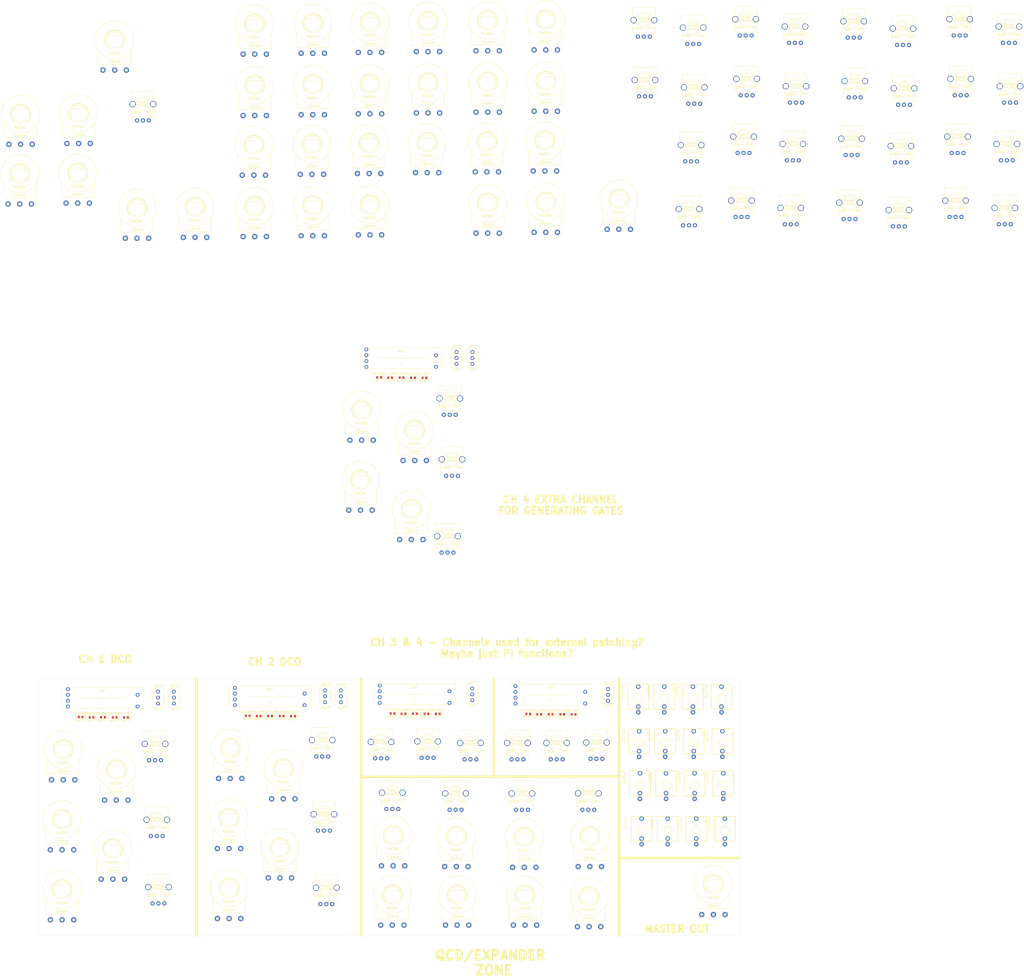
<source format=kicad_pcb>
(kicad_pcb (version 20171130) (host pcbnew "(5.1.4-0-10_14)")
  (layers (0 F.Cu signal) (31 B.Cu signal) (34 B.Paste user) (35 F.Paste user) (36 B.SilkS user) (37 F.SilkS user) (38 B.Mask user) (39 F.Mask user) (44 Edge.Cuts user))
  (net 0 "")
  (module 4ms_Potentiometer:Pot_9mm_Knurl_NoDet (layer F.Cu) (at 235.27 49.22 180)
    (fp_text reference VR? (at -4.6 -4.1) (layer F.SilkS) (effects (justify right bottom)))
    (fp_text value 100k (at 1 -4.1) (layer F.SilkS) (effects (justify right bottom)))
    (fp_text user KNURL (at 0 -0.55 180) (layer F.SilkS))
    (fp_text user NoDet (at 0 0.85) (layer F.SilkS))
    (pad 5 thru_hole circle (at -4.394363 -0.001843 180) (size 2.667 2.667) (drill 2.0574) (layers *.Cu *.Mask))
    (pad 4 thru_hole circle (at 4.394037 -0.001843 180) (size 2.667 2.667) (drill 2.0574) (layers *.Cu *.Mask))
    (pad 1 thru_hole circle (at 2.539837 -7.012243 90) (size 1.8034 1.8034) (drill 0.889) (layers *.Cu *.Mask))
    (pad 2 thru_hole circle (at -0.000163 -7.012243 90) (size 1.8034 1.8034) (drill 0.889) (layers *.Cu *.Mask))
    (pad 3 thru_hole circle (at -2.540163 -7.012243 90) (size 1.8034 1.8034) (drill 0.889) (layers *.Cu *.Mask))
  )
  (module 4ms_Potentiometer:Pot_9mm_Knurl_NoDet (layer F.Cu) (at 206.85 49.22 180)
    (fp_text reference VR? (at -4.6 -4.1) (layer F.SilkS) (effects (justify right bottom)))
    (fp_text value 100k (at 1 -4.1) (layer F.SilkS) (effects (justify right bottom)))
    (fp_text user NoDet (at 0 0.85) (layer F.SilkS))
    (fp_text user KNURL (at 0 -0.55 180) (layer F.SilkS))
    (pad 3 thru_hole circle (at -2.540163 -7.012243 90) (size 1.8034 1.8034) (drill 0.889) (layers *.Cu *.Mask))
    (pad 2 thru_hole circle (at -0.000163 -7.012243 90) (size 1.8034 1.8034) (drill 0.889) (layers *.Cu *.Mask))
    (pad 1 thru_hole circle (at 2.539837 -7.012243 90) (size 1.8034 1.8034) (drill 0.889) (layers *.Cu *.Mask))
    (pad 4 thru_hole circle (at 4.394037 -0.001843 180) (size 2.667 2.667) (drill 2.0574) (layers *.Cu *.Mask))
    (pad 5 thru_hole circle (at -4.394363 -0.001843 180) (size 2.667 2.667) (drill 2.0574) (layers *.Cu *.Mask))
  )
  (module 4ms_Potentiometer:Pot_9mm_Knurl_NoDet (layer F.Cu) (at 178.42 49.22 180)
    (fp_text reference VR? (at -4.6 -4.1) (layer F.SilkS) (effects (justify right bottom)))
    (fp_text value 100k (at 1 -4.1) (layer F.SilkS) (effects (justify right bottom)))
    (fp_text user KNURL (at 0 -0.55 180) (layer F.SilkS))
    (fp_text user NoDet (at 0 0.85) (layer F.SilkS))
    (pad 5 thru_hole circle (at -4.394363 -0.001843 180) (size 2.667 2.667) (drill 2.0574) (layers *.Cu *.Mask))
    (pad 4 thru_hole circle (at 4.394037 -0.001843 180) (size 2.667 2.667) (drill 2.0574) (layers *.Cu *.Mask))
    (pad 1 thru_hole circle (at 2.539837 -7.012243 90) (size 1.8034 1.8034) (drill 0.889) (layers *.Cu *.Mask))
    (pad 2 thru_hole circle (at -0.000163 -7.012243 90) (size 1.8034 1.8034) (drill 0.889) (layers *.Cu *.Mask))
    (pad 3 thru_hole circle (at -2.540163 -7.012243 90) (size 1.8034 1.8034) (drill 0.889) (layers *.Cu *.Mask))
  )
  (module 4ms_Potentiometer:Pot_9mm_Knurl_NoDet (layer F.Cu) (at 151.33 48.89 180)
    (fp_text reference VR? (at -4.6 -4.1) (layer F.SilkS) (effects (justify right bottom)))
    (fp_text value 100k (at 1 -4.1) (layer F.SilkS) (effects (justify right bottom)))
    (fp_text user NoDet (at 0 0.85) (layer F.SilkS))
    (fp_text user KNURL (at 0 -0.55 180) (layer F.SilkS))
    (pad 3 thru_hole circle (at -2.540163 -7.012243 90) (size 1.8034 1.8034) (drill 0.889) (layers *.Cu *.Mask))
    (pad 2 thru_hole circle (at -0.000163 -7.012243 90) (size 1.8034 1.8034) (drill 0.889) (layers *.Cu *.Mask))
    (pad 1 thru_hole circle (at 2.539837 -7.012243 90) (size 1.8034 1.8034) (drill 0.889) (layers *.Cu *.Mask))
    (pad 4 thru_hole circle (at 4.394037 -0.001843 180) (size 2.667 2.667) (drill 2.0574) (layers *.Cu *.Mask))
    (pad 5 thru_hole circle (at -4.394363 -0.001843 180) (size 2.667 2.667) (drill 2.0574) (layers *.Cu *.Mask))
  )
  (module 4ms_Potentiometer:Pot_16mm_NoDet_RV16AF-4A (layer F.Cu) (at 235.94 67.62)
    (fp_text reference 16mm (at 2.913 8.551) (layer F.SilkS) (effects (font (size 1.2065 1.2065) (thickness 0.1524)) (justify right top)))
    (fp_text value NoDet (at 2.58 4.93) (layer F.SilkS) (effects (font (size 1.2065 1.2065) (thickness 0.1524)) (justify right top)))
    (pad 1 thru_hole circle (at -5 12.954 90) (size 2.286 2.286) (drill 1.2) (layers *.Cu *.Mask))
    (pad 2 thru_hole circle (at 0 12.954 90) (size 2.286 2.286) (drill 1.2) (layers *.Cu *.Mask) (clearance 0.254))
    (pad 3 thru_hole circle (at 5 12.954 90) (size 2.286 2.286) (drill 1.2) (layers *.Cu *.Mask))
  )
  (module 4ms_Potentiometer:Pot_16mm_NoDet_RV16AF-4A (layer F.Cu) (at 207.85 67.95)
    (fp_text reference 16mm (at 2.913 8.551) (layer F.SilkS) (effects (font (size 1.2065 1.2065) (thickness 0.1524)) (justify right top)))
    (fp_text value NoDet (at 2.58 4.93) (layer F.SilkS) (effects (font (size 1.2065 1.2065) (thickness 0.1524)) (justify right top)))
    (pad 3 thru_hole circle (at 5 12.954 90) (size 2.286 2.286) (drill 1.2) (layers *.Cu *.Mask))
    (pad 2 thru_hole circle (at 0 12.954 90) (size 2.286 2.286) (drill 1.2) (layers *.Cu *.Mask) (clearance 0.254))
    (pad 1 thru_hole circle (at -5 12.954 90) (size 2.286 2.286) (drill 1.2) (layers *.Cu *.Mask))
  )
  (module 4ms_Potentiometer:Pot_16mm_NoDet_RV16AF-4A (layer F.Cu) (at 178.76 67.62)
    (fp_text reference 16mm (at 2.913 8.551) (layer F.SilkS) (effects (font (size 1.2065 1.2065) (thickness 0.1524)) (justify right top)))
    (fp_text value NoDet (at 2.58 4.93) (layer F.SilkS) (effects (font (size 1.2065 1.2065) (thickness 0.1524)) (justify right top)))
    (pad 1 thru_hole circle (at -5 12.954 90) (size 2.286 2.286) (drill 1.2) (layers *.Cu *.Mask))
    (pad 2 thru_hole circle (at 0 12.954 90) (size 2.286 2.286) (drill 1.2) (layers *.Cu *.Mask) (clearance 0.254))
    (pad 3 thru_hole circle (at 5 12.954 90) (size 2.286 2.286) (drill 1.2) (layers *.Cu *.Mask))
  )
  (module 4ms_Potentiometer:Pot_16mm_NoDet_RV16AF-4A (layer F.Cu) (at 151.67 67.28)
    (fp_text reference 16mm (at 2.913 8.551) (layer F.SilkS) (effects (font (size 1.2065 1.2065) (thickness 0.1524)) (justify right top)))
    (fp_text value NoDet (at 2.58 4.93) (layer F.SilkS) (effects (font (size 1.2065 1.2065) (thickness 0.1524)) (justify right top)))
    (pad 3 thru_hole circle (at 5 12.954 90) (size 2.286 2.286) (drill 1.2) (layers *.Cu *.Mask))
    (pad 2 thru_hole circle (at 0 12.954 90) (size 2.286 2.286) (drill 1.2) (layers *.Cu *.Mask) (clearance 0.254))
    (pad 1 thru_hole circle (at -5 12.954 90) (size 2.286 2.286) (drill 1.2) (layers *.Cu *.Mask))
  )
  (module 4ms_Potentiometer:Pot_16mm_NoDet_RV16AF-4A (layer F.Cu) (at 235.61 93.37)
    (fp_text reference 16mm (at 2.913 8.551) (layer F.SilkS) (effects (font (size 1.2065 1.2065) (thickness 0.1524)) (justify right top)))
    (fp_text value NoDet (at 2.58 4.93) (layer F.SilkS) (effects (font (size 1.2065 1.2065) (thickness 0.1524)) (justify right top)))
    (pad 3 thru_hole circle (at 5 12.954 90) (size 2.286 2.286) (drill 1.2) (layers *.Cu *.Mask))
    (pad 2 thru_hole circle (at 0 12.954 90) (size 2.286 2.286) (drill 1.2) (layers *.Cu *.Mask) (clearance 0.254))
    (pad 1 thru_hole circle (at -5 12.954 90) (size 2.286 2.286) (drill 1.2) (layers *.Cu *.Mask))
  )
  (module 4ms_Potentiometer:Pot_16mm_NoDet_RV16AF-4A (layer F.Cu) (at 208.18 92.7)
    (fp_text reference 16mm (at 2.913 8.551) (layer F.SilkS) (effects (font (size 1.2065 1.2065) (thickness 0.1524)) (justify right top)))
    (fp_text value NoDet (at 2.58 4.93) (layer F.SilkS) (effects (font (size 1.2065 1.2065) (thickness 0.1524)) (justify right top)))
    (pad 1 thru_hole circle (at -5 12.954 90) (size 2.286 2.286) (drill 1.2) (layers *.Cu *.Mask))
    (pad 2 thru_hole circle (at 0 12.954 90) (size 2.286 2.286) (drill 1.2) (layers *.Cu *.Mask) (clearance 0.254))
    (pad 3 thru_hole circle (at 5 12.954 90) (size 2.286 2.286) (drill 1.2) (layers *.Cu *.Mask))
  )
  (module 4ms_Potentiometer:Pot_16mm_NoDet_RV16AF-4A (layer F.Cu) (at 179.09 92.7)
    (fp_text reference 16mm (at 2.913 8.551) (layer F.SilkS) (effects (font (size 1.2065 1.2065) (thickness 0.1524)) (justify right top)))
    (fp_text value NoDet (at 2.58 4.93) (layer F.SilkS) (effects (font (size 1.2065 1.2065) (thickness 0.1524)) (justify right top)))
    (pad 3 thru_hole circle (at 5 12.954 90) (size 2.286 2.286) (drill 1.2) (layers *.Cu *.Mask))
    (pad 2 thru_hole circle (at 0 12.954 90) (size 2.286 2.286) (drill 1.2) (layers *.Cu *.Mask) (clearance 0.254))
    (pad 1 thru_hole circle (at -5 12.954 90) (size 2.286 2.286) (drill 1.2) (layers *.Cu *.Mask))
  )
  (module 4ms_Potentiometer:Pot_9mm_Knurl_NoDet (layer F.Cu) (at 221.73 27.59 180)
    (fp_text reference VR? (at -4.6 -4.1) (layer F.SilkS) (effects (justify right bottom)))
    (fp_text value 100k (at 1 -4.1) (layer F.SilkS) (effects (justify right bottom)))
    (fp_text user KNURL (at 0 -0.55 180) (layer F.SilkS))
    (fp_text user NoDet (at 0 0.85) (layer F.SilkS))
    (pad 5 thru_hole circle (at -4.394363 -0.001843 180) (size 2.667 2.667) (drill 2.0574) (layers *.Cu *.Mask))
    (pad 4 thru_hole circle (at 4.394037 -0.001843 180) (size 2.667 2.667) (drill 2.0574) (layers *.Cu *.Mask))
    (pad 1 thru_hole circle (at 2.539837 -7.012243 90) (size 1.8034 1.8034) (drill 0.889) (layers *.Cu *.Mask))
    (pad 2 thru_hole circle (at -0.000163 -7.012243 90) (size 1.8034 1.8034) (drill 0.889) (layers *.Cu *.Mask))
    (pad 3 thru_hole circle (at -2.540163 -7.012243 90) (size 1.8034 1.8034) (drill 0.889) (layers *.Cu *.Mask))
  )
  (module 4ms_Potentiometer:Pot_9mm_Knurl_NoDet (layer F.Cu) (at 166.44 26.93 180)
    (fp_text reference VR? (at -4.6 -4.1) (layer F.SilkS) (effects (justify right bottom)))
    (fp_text value 100k (at 1 -4.1) (layer F.SilkS) (effects (justify right bottom)))
    (fp_text user KNURL (at 0 -0.55 180) (layer F.SilkS))
    (fp_text user NoDet (at 0 0.85) (layer F.SilkS))
    (pad 5 thru_hole circle (at -4.394363 -0.001843 180) (size 2.667 2.667) (drill 2.0574) (layers *.Cu *.Mask))
    (pad 4 thru_hole circle (at 4.394037 -0.001843 180) (size 2.667 2.667) (drill 2.0574) (layers *.Cu *.Mask))
    (pad 1 thru_hole circle (at 2.539837 -7.012243 90) (size 1.8034 1.8034) (drill 0.889) (layers *.Cu *.Mask))
    (pad 2 thru_hole circle (at -0.000163 -7.012243 90) (size 1.8034 1.8034) (drill 0.889) (layers *.Cu *.Mask))
    (pad 3 thru_hole circle (at -2.540163 -7.012243 90) (size 1.8034 1.8034) (drill 0.889) (layers *.Cu *.Mask))
  )
  (module 4ms_Potentiometer:Pot_16mm_NoDet_RV16AF-4A (layer F.Cu) (at 288.86 88.18)
    (fp_text reference 16mm (at 2.913 8.551) (layer F.SilkS) (effects (font (size 1.2065 1.2065) (thickness 0.1524)) (justify right top)))
    (fp_text value NoDet (at 2.58 4.93) (layer F.SilkS) (effects (font (size 1.2065 1.2065) (thickness 0.1524)) (justify right top)))
    (pad 3 thru_hole circle (at 5 12.954 90) (size 2.286 2.286) (drill 1.2) (layers *.Cu *.Mask))
    (pad 2 thru_hole circle (at 0 12.954 90) (size 2.286 2.286) (drill 1.2) (layers *.Cu *.Mask) (clearance 0.254))
    (pad 1 thru_hole circle (at -5 12.954 90) (size 2.286 2.286) (drill 1.2) (layers *.Cu *.Mask))
  )
  (module 4ms_LED:LED_0603_1608Metric (layer F.Cu) (at 219.14 15.28 180)
    (fp_text reference REF** (at 0 -1.45) (layer F.SilkS))
    (fp_text value COLOR** (at 0.2 1.6) (layer F.SilkS))
    (pad 1 smd rect (at -0.8 0 180) (size 0.82 1) (layers F.Cu F.Paste F.Mask))
    (pad 2 smd rect (at 0.8 0 180) (size 0.82 1) (layers F.Cu F.Paste F.Mask))
  )
  (module 4ms_LED:LED_0603_1608Metric (layer F.Cu) (at 228.95 15.36 180)
    (fp_text reference REF** (at 0 -1.45) (layer F.SilkS))
    (fp_text value COLOR** (at 0.2 1.6) (layer F.SilkS))
    (pad 1 smd rect (at -0.8 0 180) (size 0.82 1) (layers F.Cu F.Paste F.Mask))
    (pad 2 smd rect (at 0.8 0 180) (size 0.82 1) (layers F.Cu F.Paste F.Mask))
  )
  (module 4ms_LED:LED_0603_1608Metric (layer F.Cu) (at 209.55 15.19 180)
    (fp_text reference REF** (at 0 -1.45) (layer F.SilkS))
    (fp_text value COLOR** (at 0.2 1.6) (layer F.SilkS))
    (pad 1 smd rect (at -0.8 0 180) (size 0.82 1) (layers F.Cu F.Paste F.Mask))
    (pad 2 smd rect (at 0.8 0 180) (size 0.82 1) (layers F.Cu F.Paste F.Mask))
  )
  (module 4ms_LED:LED_0603_1608Metric (layer F.Cu) (at 224.09 15.32 180)
    (fp_text reference REF** (at 0 -1.45) (layer F.SilkS))
    (fp_text value COLOR** (at 0.2 1.6) (layer F.SilkS))
    (pad 2 smd rect (at 0.8 0 180) (size 0.82 1) (layers F.Cu F.Paste F.Mask))
    (pad 1 smd rect (at -0.8 0 180) (size 0.82 1) (layers F.Cu F.Paste F.Mask))
  )
  (module 4ms_LED:LED_0603_1608Metric (layer F.Cu) (at 214.24 15.32 180)
    (fp_text reference REF** (at 0 -1.45) (layer F.SilkS))
    (fp_text value COLOR** (at 0.2 1.6) (layer F.SilkS))
    (pad 2 smd rect (at 0.8 0 180) (size 0.82 1) (layers F.Cu F.Paste F.Mask))
    (pad 1 smd rect (at -0.8 0 180) (size 0.82 1) (layers F.Cu F.Paste F.Mask))
  )
  (module 4ms_Potentiometer:Pot_Slider_LED_20mm_RA2045F (layer F.Cu) (at 219.02 6.94 270)
    (fp_text reference POT (at -2.91 0) (layer F.SilkS))
    (fp_text value ? (at 2.65 0) (layer F.SilkS))
    (pad NC thru_hole circle (at 1.24968 14.9352) (size 1.651 1.651) (drill 0.889) (layers *.Cu *.Mask))
    (pad LEDC thru_hole circle (at 3.74904 14.9352) (size 1.651 1.651) (drill 0.889) (layers *.Cu *.Mask))
    (pad LEDA thru_hole circle (at 3.74904 -14.9352) (size 1.651 1.651) (drill 0.889) (layers *.Cu *.Mask))
    (pad P3 thru_hole circle (at -1.24968 -14.9352) (size 1.651 1.651) (drill 0.889) (layers *.Cu *.Mask))
    (pad P2 thru_hole circle (at -3.74904 14.9352) (size 1.651 1.651) (drill 0.889) (layers *.Cu *.Mask))
    (pad P1 thru_hole circle (at -1.24968 14.9352) (size 1.651 1.651) (drill 0.889) (layers *.Cu *.Mask))
  )
  (module 4ms_Switch:Switch_Toggle_SPDT_SubMini (layer F.Cu) (at 243.71 6.99)
    (fp_text reference REF** (at -1.88 -4.4) (layer F.SilkS) (effects (justify left bottom)))
    (fp_text value Val** (at -1.58 5.55) (layer F.SilkS) (effects (justify left bottom)))
    (pad 3 thru_hole circle (at 0 2.54) (size 1.651 1.651) (drill 0.889) (layers *.Cu *.Mask))
    (pad 2 thru_hole circle (at 0 0) (size 1.651 1.651) (drill 0.889) (layers *.Cu *.Mask))
    (pad 1 thru_hole circle (at 0 -2.54) (size 1.651 1.651) (drill 0.889) (layers *.Cu *.Mask))
  )
  (module 4ms_Potentiometer:Pot_9mm_Knurl_NoDet (layer F.Cu) (at 204.9 27.59 180)
    (fp_text reference VR? (at -4.6 -4.1) (layer F.SilkS) (effects (justify right bottom)))
    (fp_text value 100k (at 1 -4.1) (layer F.SilkS) (effects (justify right bottom)))
    (fp_text user NoDet (at 0 0.85) (layer F.SilkS))
    (fp_text user KNURL (at 0 -0.55 180) (layer F.SilkS))
    (pad 3 thru_hole circle (at -2.540163 -7.012243 90) (size 1.8034 1.8034) (drill 0.889) (layers *.Cu *.Mask))
    (pad 2 thru_hole circle (at -0.000163 -7.012243 90) (size 1.8034 1.8034) (drill 0.889) (layers *.Cu *.Mask))
    (pad 1 thru_hole circle (at 2.539837 -7.012243 90) (size 1.8034 1.8034) (drill 0.889) (layers *.Cu *.Mask))
    (pad 4 thru_hole circle (at 4.394037 -0.001843 180) (size 2.667 2.667) (drill 2.0574) (layers *.Cu *.Mask))
    (pad 5 thru_hole circle (at -4.394363 -0.001843 180) (size 2.667 2.667) (drill 2.0574) (layers *.Cu *.Mask))
  )
  (module 4ms_Potentiometer:Pot_9mm_Knurl_NoDet (layer F.Cu) (at 238.77 27.37 180)
    (fp_text reference VR? (at -4.6 -4.1) (layer F.SilkS) (effects (justify right bottom)))
    (fp_text value 100k (at 1 -4.1) (layer F.SilkS) (effects (justify right bottom)))
    (fp_text user KNURL (at 0 -0.55 180) (layer F.SilkS))
    (fp_text user NoDet (at 0 0.85) (layer F.SilkS))
    (pad 5 thru_hole circle (at -4.394363 -0.001843 180) (size 2.667 2.667) (drill 2.0574) (layers *.Cu *.Mask))
    (pad 4 thru_hole circle (at 4.394037 -0.001843 180) (size 2.667 2.667) (drill 2.0574) (layers *.Cu *.Mask))
    (pad 1 thru_hole circle (at 2.539837 -7.012243 90) (size 1.8034 1.8034) (drill 0.889) (layers *.Cu *.Mask))
    (pad 2 thru_hole circle (at -0.000163 -7.012243 90) (size 1.8034 1.8034) (drill 0.889) (layers *.Cu *.Mask))
    (pad 3 thru_hole circle (at -2.540163 -7.012243 90) (size 1.8034 1.8034) (drill 0.889) (layers *.Cu *.Mask))
  )
  (module 4ms_LED:LED_0603_1608Metric (layer F.Cu) (at 155.24 -128.97 180)
    (fp_text reference REF** (at 0 -1.45) (layer F.SilkS))
    (fp_text value COLOR** (at 0.2 1.6) (layer F.SilkS))
    (pad 1 smd rect (at -0.8 0 180) (size 0.82 1) (layers F.Cu F.Paste F.Mask))
    (pad 2 smd rect (at 0.8 0 180) (size 0.82 1) (layers F.Cu F.Paste F.Mask))
  )
  (module 4ms_LED:LED_0603_1608Metric (layer F.Cu) (at 165.05 -128.89 180)
    (fp_text reference REF** (at 0 -1.45) (layer F.SilkS))
    (fp_text value COLOR** (at 0.2 1.6) (layer F.SilkS))
    (pad 1 smd rect (at -0.8 0 180) (size 0.82 1) (layers F.Cu F.Paste F.Mask))
    (pad 2 smd rect (at 0.8 0 180) (size 0.82 1) (layers F.Cu F.Paste F.Mask))
  )
  (module 4ms_Potentiometer:Pot_9mm_Knurl_NoDet (layer F.Cu) (at 176.9 -93.93 180)
    (fp_text reference VR? (at -4.6 -4.1) (layer F.SilkS) (effects (justify right bottom)))
    (fp_text value 100k (at 1 -4.1) (layer F.SilkS) (effects (justify right bottom)))
    (fp_text user NoDet (at 0 0.85) (layer F.SilkS))
    (fp_text user KNURL (at 0 -0.55 180) (layer F.SilkS))
    (pad 3 thru_hole circle (at -2.540163 -7.012243 90) (size 1.8034 1.8034) (drill 0.889) (layers *.Cu *.Mask))
    (pad 2 thru_hole circle (at -0.000163 -7.012243 90) (size 1.8034 1.8034) (drill 0.889) (layers *.Cu *.Mask))
    (pad 1 thru_hole circle (at 2.539837 -7.012243 90) (size 1.8034 1.8034) (drill 0.889) (layers *.Cu *.Mask))
    (pad 4 thru_hole circle (at 4.394037 -0.001843 180) (size 2.667 2.667) (drill 2.0574) (layers *.Cu *.Mask))
    (pad 5 thru_hole circle (at -4.394363 -0.001843 180) (size 2.667 2.667) (drill 2.0574) (layers *.Cu *.Mask))
  )
  (module 4ms_Potentiometer:Pot_16mm_NoDet_RV16AF-4A (layer F.Cu) (at 137.69 -85.12)
    (fp_text reference 16mm (at 2.913 8.551) (layer F.SilkS) (effects (font (size 1.2065 1.2065) (thickness 0.1524)) (justify right top)))
    (fp_text value NoDet (at 2.58 4.93) (layer F.SilkS) (effects (font (size 1.2065 1.2065) (thickness 0.1524)) (justify right top)))
    (pad 1 thru_hole circle (at -5 12.954 90) (size 2.286 2.286) (drill 1.2) (layers *.Cu *.Mask))
    (pad 2 thru_hole circle (at 0 12.954 90) (size 2.286 2.286) (drill 1.2) (layers *.Cu *.Mask) (clearance 0.254))
    (pad 3 thru_hole circle (at 5 12.954 90) (size 2.286 2.286) (drill 1.2) (layers *.Cu *.Mask))
  )
  (module 4ms_Potentiometer:Pot_16mm_NoDet_RV16AF-4A (layer F.Cu) (at 138.17 -115.13)
    (fp_text reference 16mm (at 2.913 8.551) (layer F.SilkS) (effects (font (size 1.2065 1.2065) (thickness 0.1524)) (justify right top)))
    (fp_text value NoDet (at 2.58 4.93) (layer F.SilkS) (effects (font (size 1.2065 1.2065) (thickness 0.1524)) (justify right top)))
    (pad 1 thru_hole circle (at -5 12.954 90) (size 2.286 2.286) (drill 1.2) (layers *.Cu *.Mask))
    (pad 2 thru_hole circle (at 0 12.954 90) (size 2.286 2.286) (drill 1.2) (layers *.Cu *.Mask) (clearance 0.254))
    (pad 3 thru_hole circle (at 5 12.954 90) (size 2.286 2.286) (drill 1.2) (layers *.Cu *.Mask))
  )
  (module 4ms_LED:LED_0603_1608Metric (layer F.Cu) (at 145.65 -129.06 180)
    (fp_text reference REF** (at 0 -1.45) (layer F.SilkS))
    (fp_text value COLOR** (at 0.2 1.6) (layer F.SilkS))
    (pad 1 smd rect (at -0.8 0 180) (size 0.82 1) (layers F.Cu F.Paste F.Mask))
    (pad 2 smd rect (at 0.8 0 180) (size 0.82 1) (layers F.Cu F.Paste F.Mask))
  )
  (module 4ms_Potentiometer:Pot_9mm_Knurl_NoDet (layer F.Cu) (at 174.96 -61.01 180)
    (fp_text reference VR? (at -4.6 -4.1) (layer F.SilkS) (effects (justify right bottom)))
    (fp_text value 100k (at 1 -4.1) (layer F.SilkS) (effects (justify right bottom)))
    (fp_text user KNURL (at 0 -0.55 180) (layer F.SilkS))
    (fp_text user NoDet (at 0 0.85) (layer F.SilkS))
    (pad 5 thru_hole circle (at -4.394363 -0.001843 180) (size 2.667 2.667) (drill 2.0574) (layers *.Cu *.Mask))
    (pad 4 thru_hole circle (at 4.394037 -0.001843 180) (size 2.667 2.667) (drill 2.0574) (layers *.Cu *.Mask))
    (pad 1 thru_hole circle (at 2.539837 -7.012243 90) (size 1.8034 1.8034) (drill 0.889) (layers *.Cu *.Mask))
    (pad 2 thru_hole circle (at -0.000163 -7.012243 90) (size 1.8034 1.8034) (drill 0.889) (layers *.Cu *.Mask))
    (pad 3 thru_hole circle (at -2.540163 -7.012243 90) (size 1.8034 1.8034) (drill 0.889) (layers *.Cu *.Mask))
  )
  (module 4ms_Switch:Switch_Toggle_SPDT_SubMini (layer F.Cu) (at 185.61 -137.4)
    (fp_text reference REF** (at -1.88 -4.4) (layer F.SilkS) (effects (justify left bottom)))
    (fp_text value Val** (at -1.58 5.55) (layer F.SilkS) (effects (justify left bottom)))
    (pad 3 thru_hole circle (at 0 2.54) (size 1.651 1.651) (drill 0.889) (layers *.Cu *.Mask))
    (pad 2 thru_hole circle (at 0 0) (size 1.651 1.651) (drill 0.889) (layers *.Cu *.Mask))
    (pad 1 thru_hole circle (at 0 -2.54) (size 1.651 1.651) (drill 0.889) (layers *.Cu *.Mask))
  )
  (module 4ms_Potentiometer:Pot_Slider_LED_20mm_RA2045F (layer F.Cu) (at 155.12 -137.31 270)
    (fp_text reference POT (at -2.91 0) (layer F.SilkS))
    (fp_text value ? (at 2.65 0) (layer F.SilkS))
    (pad NC thru_hole circle (at 1.24968 14.9352) (size 1.651 1.651) (drill 0.889) (layers *.Cu *.Mask))
    (pad LEDC thru_hole circle (at 3.74904 14.9352) (size 1.651 1.651) (drill 0.889) (layers *.Cu *.Mask))
    (pad LEDA thru_hole circle (at 3.74904 -14.9352) (size 1.651 1.651) (drill 0.889) (layers *.Cu *.Mask))
    (pad P3 thru_hole circle (at -1.24968 -14.9352) (size 1.651 1.651) (drill 0.889) (layers *.Cu *.Mask))
    (pad P2 thru_hole circle (at -3.74904 14.9352) (size 1.651 1.651) (drill 0.889) (layers *.Cu *.Mask))
    (pad P1 thru_hole circle (at -1.24968 14.9352) (size 1.651 1.651) (drill 0.889) (layers *.Cu *.Mask))
  )
  (module 4ms_Switch:Switch_Toggle_SPDT_SubMini (layer F.Cu) (at 178.83 -137.4)
    (fp_text reference REF** (at -1.88 -4.4) (layer F.SilkS) (effects (justify left bottom)))
    (fp_text value Val** (at -1.58 5.55) (layer F.SilkS) (effects (justify left bottom)))
    (pad 1 thru_hole circle (at 0 -2.54) (size 1.651 1.651) (drill 0.889) (layers *.Cu *.Mask))
    (pad 2 thru_hole circle (at 0 0) (size 1.651 1.651) (drill 0.889) (layers *.Cu *.Mask))
    (pad 3 thru_hole circle (at 0 2.54) (size 1.651 1.651) (drill 0.889) (layers *.Cu *.Mask))
  )
  (module 4ms_Potentiometer:Pot_16mm_NoDet_RV16AF-4A (layer F.Cu) (at 159.47 -72.53)
    (fp_text reference 16mm (at 2.913 8.551) (layer F.SilkS) (effects (font (size 1.2065 1.2065) (thickness 0.1524)) (justify right top)))
    (fp_text value NoDet (at 2.58 4.93) (layer F.SilkS) (effects (font (size 1.2065 1.2065) (thickness 0.1524)) (justify right top)))
    (pad 3 thru_hole circle (at 5 12.954 90) (size 2.286 2.286) (drill 1.2) (layers *.Cu *.Mask))
    (pad 2 thru_hole circle (at 0 12.954 90) (size 2.286 2.286) (drill 1.2) (layers *.Cu *.Mask) (clearance 0.254))
    (pad 1 thru_hole circle (at -5 12.954 90) (size 2.286 2.286) (drill 1.2) (layers *.Cu *.Mask))
  )
  (module 4ms_LED:LED_0603_1608Metric (layer F.Cu) (at 160.19 -128.93 180)
    (fp_text reference REF** (at 0 -1.45) (layer F.SilkS))
    (fp_text value COLOR** (at 0.2 1.6) (layer F.SilkS))
    (pad 2 smd rect (at 0.8 0 180) (size 0.82 1) (layers F.Cu F.Paste F.Mask))
    (pad 1 smd rect (at -0.8 0 180) (size 0.82 1) (layers F.Cu F.Paste F.Mask))
  )
  (module 4ms_LED:LED_0603_1608Metric (layer F.Cu) (at 150.34 -128.93 180)
    (fp_text reference REF** (at 0 -1.45) (layer F.SilkS))
    (fp_text value COLOR** (at 0.2 1.6) (layer F.SilkS))
    (pad 2 smd rect (at 0.8 0 180) (size 0.82 1) (layers F.Cu F.Paste F.Mask))
    (pad 1 smd rect (at -0.8 0 180) (size 0.82 1) (layers F.Cu F.Paste F.Mask))
  )
  (module 4ms_Potentiometer:Pot_16mm_NoDet_RV16AF-4A (layer F.Cu) (at 151.33 92.7)
    (fp_text reference 16mm (at 2.913 8.551) (layer F.SilkS) (effects (font (size 1.2065 1.2065) (thickness 0.1524)) (justify right top)))
    (fp_text value NoDet (at 2.58 4.93) (layer F.SilkS) (effects (font (size 1.2065 1.2065) (thickness 0.1524)) (justify right top)))
    (pad 1 thru_hole circle (at -5 12.954 90) (size 2.286 2.286) (drill 1.2) (layers *.Cu *.Mask))
    (pad 2 thru_hole circle (at 0 12.954 90) (size 2.286 2.286) (drill 1.2) (layers *.Cu *.Mask) (clearance 0.254))
    (pad 3 thru_hole circle (at 5 12.954 90) (size 2.286 2.286) (drill 1.2) (layers *.Cu *.Mask))
  )
  (module 4ms_Potentiometer:Pot_16mm_NoDet_RV16AF-4A (layer F.Cu) (at 160.92 -106.42)
    (fp_text reference 16mm (at 2.913 8.551) (layer F.SilkS) (effects (font (size 1.2065 1.2065) (thickness 0.1524)) (justify right top)))
    (fp_text value NoDet (at 2.58 4.93) (layer F.SilkS) (effects (font (size 1.2065 1.2065) (thickness 0.1524)) (justify right top)))
    (pad 3 thru_hole circle (at 5 12.954 90) (size 2.286 2.286) (drill 1.2) (layers *.Cu *.Mask))
    (pad 2 thru_hole circle (at 0 12.954 90) (size 2.286 2.286) (drill 1.2) (layers *.Cu *.Mask) (clearance 0.254))
    (pad 1 thru_hole circle (at -5 12.954 90) (size 2.286 2.286) (drill 1.2) (layers *.Cu *.Mask))
  )
  (module 4ms_Potentiometer:Pot_9mm_Knurl_NoDet (layer F.Cu) (at 175.93 -120.07 180)
    (fp_text reference VR? (at -4.6 -4.1) (layer F.SilkS) (effects (justify right bottom)))
    (fp_text value 100k (at 1 -4.1) (layer F.SilkS) (effects (justify right bottom)))
    (fp_text user KNURL (at 0 -0.55 180) (layer F.SilkS))
    (fp_text user NoDet (at 0 0.85) (layer F.SilkS))
    (pad 5 thru_hole circle (at -4.394363 -0.001843 180) (size 2.667 2.667) (drill 2.0574) (layers *.Cu *.Mask))
    (pad 4 thru_hole circle (at 4.394037 -0.001843 180) (size 2.667 2.667) (drill 2.0574) (layers *.Cu *.Mask))
    (pad 1 thru_hole circle (at 2.539837 -7.012243 90) (size 1.8034 1.8034) (drill 0.889) (layers *.Cu *.Mask))
    (pad 2 thru_hole circle (at -0.000163 -7.012243 90) (size 1.8034 1.8034) (drill 0.889) (layers *.Cu *.Mask))
    (pad 3 thru_hole circle (at -2.540163 -7.012243 90) (size 1.8034 1.8034) (drill 0.889) (layers *.Cu *.Mask))
  )
  (module 4ms_Potentiometer:Pot_Slider_LED_20mm_RA2045F (layer F.Cu) (at 98.83 7.69 270)
    (fp_text reference POT (at -2.91 0) (layer F.SilkS))
    (fp_text value ? (at 2.65 0) (layer F.SilkS))
    (pad P1 thru_hole circle (at -1.24968 14.9352) (size 1.651 1.651) (drill 0.889) (layers *.Cu *.Mask))
    (pad P2 thru_hole circle (at -3.74904 14.9352) (size 1.651 1.651) (drill 0.889) (layers *.Cu *.Mask))
    (pad P3 thru_hole circle (at -1.24968 -14.9352) (size 1.651 1.651) (drill 0.889) (layers *.Cu *.Mask))
    (pad LEDA thru_hole circle (at 3.74904 -14.9352) (size 1.651 1.651) (drill 0.889) (layers *.Cu *.Mask))
    (pad LEDC thru_hole circle (at 3.74904 14.9352) (size 1.651 1.651) (drill 0.889) (layers *.Cu *.Mask))
    (pad NC thru_hole circle (at 1.24968 14.9352) (size 1.651 1.651) (drill 0.889) (layers *.Cu *.Mask))
  )
  (module 4ms_LED:LED_0603_1608Metric (layer F.Cu) (at 94.05 16.07 180)
    (fp_text reference REF** (at 0 -1.45) (layer F.SilkS))
    (fp_text value COLOR** (at 0.2 1.6) (layer F.SilkS))
    (pad 1 smd rect (at -0.8 0 180) (size 0.82 1) (layers F.Cu F.Paste F.Mask))
    (pad 2 smd rect (at 0.8 0 180) (size 0.82 1) (layers F.Cu F.Paste F.Mask))
  )
  (module 4ms_LED:LED_0603_1608Metric (layer F.Cu) (at 103.9 16.07 180)
    (fp_text reference REF** (at 0 -1.45) (layer F.SilkS))
    (fp_text value COLOR** (at 0.2 1.6) (layer F.SilkS))
    (pad 1 smd rect (at -0.8 0 180) (size 0.82 1) (layers F.Cu F.Paste F.Mask))
    (pad 2 smd rect (at 0.8 0 180) (size 0.82 1) (layers F.Cu F.Paste F.Mask))
  )
  (module 4ms_LED:LED_0603_1608Metric (layer F.Cu) (at 89.36 15.94 180)
    (fp_text reference REF** (at 0 -1.45) (layer F.SilkS))
    (fp_text value COLOR** (at 0.2 1.6) (layer F.SilkS))
    (pad 2 smd rect (at 0.8 0 180) (size 0.82 1) (layers F.Cu F.Paste F.Mask))
    (pad 1 smd rect (at -0.8 0 180) (size 0.82 1) (layers F.Cu F.Paste F.Mask))
  )
  (module 4ms_LED:LED_0603_1608Metric (layer F.Cu) (at 108.76 16.11 180)
    (fp_text reference REF** (at 0 -1.45) (layer F.SilkS))
    (fp_text value COLOR** (at 0.2 1.6) (layer F.SilkS))
    (pad 2 smd rect (at 0.8 0 180) (size 0.82 1) (layers F.Cu F.Paste F.Mask))
    (pad 1 smd rect (at -0.8 0 180) (size 0.82 1) (layers F.Cu F.Paste F.Mask))
  )
  (module 4ms_LED:LED_0603_1608Metric (layer F.Cu) (at 98.95 16.03 180)
    (fp_text reference REF** (at 0 -1.45) (layer F.SilkS))
    (fp_text value COLOR** (at 0.2 1.6) (layer F.SilkS))
    (pad 2 smd rect (at 0.8 0 180) (size 0.82 1) (layers F.Cu F.Paste F.Mask))
    (pad 1 smd rect (at -0.8 0 180) (size 0.82 1) (layers F.Cu F.Paste F.Mask))
  )
  (module 4ms_Potentiometer:Pot_16mm_NoDet_RV16AF-4A (layer F.Cu) (at 81.88 29.87)
    (fp_text reference 16mm (at 2.913 8.551) (layer F.SilkS) (effects (font (size 1.2065 1.2065) (thickness 0.1524)) (justify right top)))
    (fp_text value NoDet (at 2.58 4.93) (layer F.SilkS) (effects (font (size 1.2065 1.2065) (thickness 0.1524)) (justify right top)))
    (pad 3 thru_hole circle (at 5 12.954 90) (size 2.286 2.286) (drill 1.2) (layers *.Cu *.Mask))
    (pad 2 thru_hole circle (at 0 12.954 90) (size 2.286 2.286) (drill 1.2) (layers *.Cu *.Mask) (clearance 0.254))
    (pad 1 thru_hole circle (at -5 12.954 90) (size 2.286 2.286) (drill 1.2) (layers *.Cu *.Mask))
  )
  (module 4ms_Potentiometer:Pot_16mm_NoDet_RV16AF-4A (layer F.Cu) (at 104.63 38.58)
    (fp_text reference 16mm (at 2.913 8.551) (layer F.SilkS) (effects (font (size 1.2065 1.2065) (thickness 0.1524)) (justify right top)))
    (fp_text value NoDet (at 2.58 4.93) (layer F.SilkS) (effects (font (size 1.2065 1.2065) (thickness 0.1524)) (justify right top)))
    (pad 1 thru_hole circle (at -5 12.954 90) (size 2.286 2.286) (drill 1.2) (layers *.Cu *.Mask))
    (pad 2 thru_hole circle (at 0 12.954 90) (size 2.286 2.286) (drill 1.2) (layers *.Cu *.Mask) (clearance 0.254))
    (pad 3 thru_hole circle (at 5 12.954 90) (size 2.286 2.286) (drill 1.2) (layers *.Cu *.Mask))
  )
  (module 4ms_Potentiometer:Pot_16mm_NoDet_RV16AF-4A (layer F.Cu) (at 103.18 72.47)
    (fp_text reference 16mm (at 2.913 8.551) (layer F.SilkS) (effects (font (size 1.2065 1.2065) (thickness 0.1524)) (justify right top)))
    (fp_text value NoDet (at 2.58 4.93) (layer F.SilkS) (effects (font (size 1.2065 1.2065) (thickness 0.1524)) (justify right top)))
    (pad 1 thru_hole circle (at -5 12.954 90) (size 2.286 2.286) (drill 1.2) (layers *.Cu *.Mask))
    (pad 2 thru_hole circle (at 0 12.954 90) (size 2.286 2.286) (drill 1.2) (layers *.Cu *.Mask) (clearance 0.254))
    (pad 3 thru_hole circle (at 5 12.954 90) (size 2.286 2.286) (drill 1.2) (layers *.Cu *.Mask))
  )
  (module 4ms_Switch:Switch_Toggle_SPDT_SubMini (layer F.Cu) (at 129.32 7.6)
    (fp_text reference REF** (at -1.88 -4.4) (layer F.SilkS) (effects (justify left bottom)))
    (fp_text value Val** (at -1.58 5.55) (layer F.SilkS) (effects (justify left bottom)))
    (pad 1 thru_hole circle (at 0 -2.54) (size 1.651 1.651) (drill 0.889) (layers *.Cu *.Mask))
    (pad 2 thru_hole circle (at 0 0) (size 1.651 1.651) (drill 0.889) (layers *.Cu *.Mask))
    (pad 3 thru_hole circle (at 0 2.54) (size 1.651 1.651) (drill 0.889) (layers *.Cu *.Mask))
  )
  (module 4ms_Potentiometer:Pot_9mm_Knurl_NoDet (layer F.Cu) (at 123.05 89.63 180)
    (fp_text reference VR? (at -4.6 -4.1) (layer F.SilkS) (effects (justify right bottom)))
    (fp_text value 100k (at 1 -4.1) (layer F.SilkS) (effects (justify right bottom)))
    (fp_text user NoDet (at 0 0.85) (layer F.SilkS))
    (fp_text user KNURL (at 0 -0.55 180) (layer F.SilkS))
    (pad 3 thru_hole circle (at -2.540163 -7.012243 90) (size 1.8034 1.8034) (drill 0.889) (layers *.Cu *.Mask))
    (pad 2 thru_hole circle (at -0.000163 -7.012243 90) (size 1.8034 1.8034) (drill 0.889) (layers *.Cu *.Mask))
    (pad 1 thru_hole circle (at 2.539837 -7.012243 90) (size 1.8034 1.8034) (drill 0.889) (layers *.Cu *.Mask))
    (pad 4 thru_hole circle (at 4.394037 -0.001843 180) (size 2.667 2.667) (drill 2.0574) (layers *.Cu *.Mask))
    (pad 5 thru_hole circle (at -4.394363 -0.001843 180) (size 2.667 2.667) (drill 2.0574) (layers *.Cu *.Mask))
  )
  (module 4ms_Potentiometer:Pot_9mm_Knurl_NoDet (layer F.Cu) (at 121.29 26.37 180)
    (fp_text reference VR? (at -4.6 -4.1) (layer F.SilkS) (effects (justify right bottom)))
    (fp_text value 100k (at 1 -4.1) (layer F.SilkS) (effects (justify right bottom)))
    (fp_text user NoDet (at 0 0.85) (layer F.SilkS))
    (fp_text user KNURL (at 0 -0.55 180) (layer F.SilkS))
    (pad 3 thru_hole circle (at -2.540163 -7.012243 90) (size 1.8034 1.8034) (drill 0.889) (layers *.Cu *.Mask))
    (pad 2 thru_hole circle (at -0.000163 -7.012243 90) (size 1.8034 1.8034) (drill 0.889) (layers *.Cu *.Mask))
    (pad 1 thru_hole circle (at 2.539837 -7.012243 90) (size 1.8034 1.8034) (drill 0.889) (layers *.Cu *.Mask))
    (pad 4 thru_hole circle (at 4.394037 -0.001843 180) (size 2.667 2.667) (drill 2.0574) (layers *.Cu *.Mask))
    (pad 5 thru_hole circle (at -4.394363 -0.001843 180) (size 2.667 2.667) (drill 2.0574) (layers *.Cu *.Mask))
  )
  (module 4ms_Potentiometer:Pot_9mm_Knurl_NoDet (layer F.Cu) (at 122.02 58.15 180)
    (fp_text reference VR? (at -4.6 -4.1) (layer F.SilkS) (effects (justify right bottom)))
    (fp_text value 100k (at 1 -4.1) (layer F.SilkS) (effects (justify right bottom)))
    (fp_text user KNURL (at 0 -0.55 180) (layer F.SilkS))
    (fp_text user NoDet (at 0 0.85) (layer F.SilkS))
    (pad 5 thru_hole circle (at -4.394363 -0.001843 180) (size 2.667 2.667) (drill 2.0574) (layers *.Cu *.Mask))
    (pad 4 thru_hole circle (at 4.394037 -0.001843 180) (size 2.667 2.667) (drill 2.0574) (layers *.Cu *.Mask))
    (pad 1 thru_hole circle (at 2.539837 -7.012243 90) (size 1.8034 1.8034) (drill 0.889) (layers *.Cu *.Mask))
    (pad 2 thru_hole circle (at -0.000163 -7.012243 90) (size 1.8034 1.8034) (drill 0.889) (layers *.Cu *.Mask))
    (pad 3 thru_hole circle (at -2.540163 -7.012243 90) (size 1.8034 1.8034) (drill 0.889) (layers *.Cu *.Mask))
  )
  (module 4ms_Potentiometer:Pot_16mm_NoDet_RV16AF-4A (layer F.Cu) (at 81.4 89.89)
    (fp_text reference 16mm (at 2.913 8.551) (layer F.SilkS) (effects (font (size 1.2065 1.2065) (thickness 0.1524)) (justify right top)))
    (fp_text value NoDet (at 2.58 4.93) (layer F.SilkS) (effects (font (size 1.2065 1.2065) (thickness 0.1524)) (justify right top)))
    (pad 3 thru_hole circle (at 5 12.954 90) (size 2.286 2.286) (drill 1.2) (layers *.Cu *.Mask))
    (pad 2 thru_hole circle (at 0 12.954 90) (size 2.286 2.286) (drill 1.2) (layers *.Cu *.Mask) (clearance 0.254))
    (pad 1 thru_hole circle (at -5 12.954 90) (size 2.286 2.286) (drill 1.2) (layers *.Cu *.Mask))
  )
  (module 4ms_Switch:Switch_Toggle_SPDT_SubMini (layer F.Cu) (at 122.54 7.6)
    (fp_text reference REF** (at -1.88 -4.4) (layer F.SilkS) (effects (justify left bottom)))
    (fp_text value Val** (at -1.58 5.55) (layer F.SilkS) (effects (justify left bottom)))
    (pad 3 thru_hole circle (at 0 2.54) (size 1.651 1.651) (drill 0.889) (layers *.Cu *.Mask))
    (pad 2 thru_hole circle (at 0 0) (size 1.651 1.651) (drill 0.889) (layers *.Cu *.Mask))
    (pad 1 thru_hole circle (at 0 -2.54) (size 1.651 1.651) (drill 0.889) (layers *.Cu *.Mask))
  )
  (module 4ms_Potentiometer:Pot_16mm_NoDet_RV16AF-4A (layer F.Cu) (at 81.4 59.88)
    (fp_text reference 16mm (at 2.913 8.551) (layer F.SilkS) (effects (font (size 1.2065 1.2065) (thickness 0.1524)) (justify right top)))
    (fp_text value NoDet (at 2.58 4.93) (layer F.SilkS) (effects (font (size 1.2065 1.2065) (thickness 0.1524)) (justify right top)))
    (pad 3 thru_hole circle (at 5 12.954 90) (size 2.286 2.286) (drill 1.2) (layers *.Cu *.Mask))
    (pad 2 thru_hole circle (at 0 12.954 90) (size 2.286 2.286) (drill 1.2) (layers *.Cu *.Mask) (clearance 0.254))
    (pad 1 thru_hole circle (at -5 12.954 90) (size 2.286 2.286) (drill 1.2) (layers *.Cu *.Mask))
  )
  (module 4ms_Potentiometer:Pot_9mm_Knurl_NoDet (layer F.Cu) (at 184.79 27.59 180)
    (fp_text reference VR? (at -4.6 -4.1) (layer F.SilkS) (effects (justify right bottom)))
    (fp_text value 100k (at 1 -4.1) (layer F.SilkS) (effects (justify right bottom)))
    (fp_text user NoDet (at 0 0.85) (layer F.SilkS))
    (fp_text user KNURL (at 0 -0.55 180) (layer F.SilkS))
    (pad 3 thru_hole circle (at -2.540163 -7.012243 90) (size 1.8034 1.8034) (drill 0.889) (layers *.Cu *.Mask))
    (pad 2 thru_hole circle (at -0.000163 -7.012243 90) (size 1.8034 1.8034) (drill 0.889) (layers *.Cu *.Mask))
    (pad 1 thru_hole circle (at 2.539837 -7.012243 90) (size 1.8034 1.8034) (drill 0.889) (layers *.Cu *.Mask))
    (pad 4 thru_hole circle (at 4.394037 -0.001843 180) (size 2.667 2.667) (drill 2.0574) (layers *.Cu *.Mask))
    (pad 5 thru_hole circle (at -4.394363 -0.001843 180) (size 2.667 2.667) (drill 2.0574) (layers *.Cu *.Mask))
  )
  (module 4ms_Potentiometer:Pot_9mm_Knurl_NoDet (layer F.Cu) (at 146.55 27.15 180)
    (fp_text reference VR? (at -4.6 -4.1) (layer F.SilkS) (effects (justify right bottom)))
    (fp_text value 100k (at 1 -4.1) (layer F.SilkS) (effects (justify right bottom)))
    (fp_text user KNURL (at 0 -0.55 180) (layer F.SilkS))
    (fp_text user NoDet (at 0 0.85) (layer F.SilkS))
    (pad 5 thru_hole circle (at -4.394363 -0.001843 180) (size 2.667 2.667) (drill 2.0574) (layers *.Cu *.Mask))
    (pad 4 thru_hole circle (at 4.394037 -0.001843 180) (size 2.667 2.667) (drill 2.0574) (layers *.Cu *.Mask))
    (pad 1 thru_hole circle (at 2.539837 -7.012243 90) (size 1.8034 1.8034) (drill 0.889) (layers *.Cu *.Mask))
    (pad 2 thru_hole circle (at -0.000163 -7.012243 90) (size 1.8034 1.8034) (drill 0.889) (layers *.Cu *.Mask))
    (pad 3 thru_hole circle (at -2.540163 -7.012243 90) (size 1.8034 1.8034) (drill 0.889) (layers *.Cu *.Mask))
  )
  (module 4ms_Potentiometer:Pot_16mm_NoDet_RV16AF-4A (layer F.Cu) (at 32.4 -273.72)
    (fp_text reference 16mm (at 2.913 8.551) (layer F.SilkS) (effects (font (size 1.2065 1.2065) (thickness 0.1524)) (justify right top)))
    (fp_text value NoDet (at 2.58 4.93) (layer F.SilkS) (effects (font (size 1.2065 1.2065) (thickness 0.1524)) (justify right top)))
    (pad 1 thru_hole circle (at -5 12.954 90) (size 2.286 2.286) (drill 1.2) (layers *.Cu *.Mask))
    (pad 2 thru_hole circle (at 0 12.954 90) (size 2.286 2.286) (drill 1.2) (layers *.Cu *.Mask) (clearance 0.254))
    (pad 3 thru_hole circle (at 5 12.954 90) (size 2.286 2.286) (drill 1.2) (layers *.Cu *.Mask))
  )
  (module 4ms_Switch:Switch_Toggle_SPDT_SubMini (layer F.Cu) (at 185.56 6.76)
    (fp_text reference REF** (at -1.88 -4.4) (layer F.SilkS) (effects (justify left bottom)))
    (fp_text value Val** (at -1.58 5.55) (layer F.SilkS) (effects (justify left bottom)))
    (pad 1 thru_hole circle (at 0 -2.54) (size 1.651 1.651) (drill 0.889) (layers *.Cu *.Mask))
    (pad 2 thru_hole circle (at 0 0) (size 1.651 1.651) (drill 0.889) (layers *.Cu *.Mask))
    (pad 3 thru_hole circle (at 0 2.54) (size 1.651 1.651) (drill 0.889) (layers *.Cu *.Mask))
  )
  (module 4ms_Potentiometer:Pot_Slider_LED_20mm_RA2045F (layer F.Cu) (at 160.87 6.71 270)
    (fp_text reference POT (at -2.91 0) (layer F.SilkS))
    (fp_text value ? (at 2.65 0) (layer F.SilkS))
    (pad P1 thru_hole circle (at -1.24968 14.9352) (size 1.651 1.651) (drill 0.889) (layers *.Cu *.Mask))
    (pad P2 thru_hole circle (at -3.74904 14.9352) (size 1.651 1.651) (drill 0.889) (layers *.Cu *.Mask))
    (pad P3 thru_hole circle (at -1.24968 -14.9352) (size 1.651 1.651) (drill 0.889) (layers *.Cu *.Mask))
    (pad LEDA thru_hole circle (at 3.74904 -14.9352) (size 1.651 1.651) (drill 0.889) (layers *.Cu *.Mask))
    (pad LEDC thru_hole circle (at 3.74904 14.9352) (size 1.651 1.651) (drill 0.889) (layers *.Cu *.Mask))
    (pad NC thru_hole circle (at 1.24968 14.9352) (size 1.651 1.651) (drill 0.889) (layers *.Cu *.Mask))
  )
  (module 4ms_LED:LED_0603_1608Metric (layer F.Cu) (at 156.09 15.09 180)
    (fp_text reference REF** (at 0 -1.45) (layer F.SilkS))
    (fp_text value COLOR** (at 0.2 1.6) (layer F.SilkS))
    (pad 1 smd rect (at -0.8 0 180) (size 0.82 1) (layers F.Cu F.Paste F.Mask))
    (pad 2 smd rect (at 0.8 0 180) (size 0.82 1) (layers F.Cu F.Paste F.Mask))
  )
  (module 4ms_LED:LED_0603_1608Metric (layer F.Cu) (at 165.94 15.09 180)
    (fp_text reference REF** (at 0 -1.45) (layer F.SilkS))
    (fp_text value COLOR** (at 0.2 1.6) (layer F.SilkS))
    (pad 1 smd rect (at -0.8 0 180) (size 0.82 1) (layers F.Cu F.Paste F.Mask))
    (pad 2 smd rect (at 0.8 0 180) (size 0.82 1) (layers F.Cu F.Paste F.Mask))
  )
  (module 4ms_LED:LED_0603_1608Metric (layer F.Cu) (at 151.4 14.96 180)
    (fp_text reference REF** (at 0 -1.45) (layer F.SilkS))
    (fp_text value COLOR** (at 0.2 1.6) (layer F.SilkS))
    (pad 2 smd rect (at 0.8 0 180) (size 0.82 1) (layers F.Cu F.Paste F.Mask))
    (pad 1 smd rect (at -0.8 0 180) (size 0.82 1) (layers F.Cu F.Paste F.Mask))
  )
  (module 4ms_LED:LED_0603_1608Metric (layer F.Cu) (at 170.8 15.13 180)
    (fp_text reference REF** (at 0 -1.45) (layer F.SilkS))
    (fp_text value COLOR** (at 0.2 1.6) (layer F.SilkS))
    (pad 2 smd rect (at 0.8 0 180) (size 0.82 1) (layers F.Cu F.Paste F.Mask))
    (pad 1 smd rect (at -0.8 0 180) (size 0.82 1) (layers F.Cu F.Paste F.Mask))
  )
  (module 4ms_LED:LED_0603_1608Metric (layer F.Cu) (at 160.99 15.05 180)
    (fp_text reference REF** (at 0 -1.45) (layer F.SilkS))
    (fp_text value COLOR** (at 0.2 1.6) (layer F.SilkS))
    (pad 2 smd rect (at 0.8 0 180) (size 0.82 1) (layers F.Cu F.Paste F.Mask))
    (pad 1 smd rect (at -0.8 0 180) (size 0.82 1) (layers F.Cu F.Paste F.Mask))
  )
  (module 4ms_Potentiometer:Pot_9mm_Knurl_NoDet (layer F.Cu) (at 51.15 89.34 180)
    (fp_text reference VR? (at -4.6 -4.1) (layer F.SilkS) (effects (justify right bottom)))
    (fp_text value 100k (at 1 -4.1) (layer F.SilkS) (effects (justify right bottom)))
    (fp_text user KNURL (at 0 -0.55 180) (layer F.SilkS))
    (fp_text user NoDet (at 0 0.85) (layer F.SilkS))
    (pad 5 thru_hole circle (at -4.394363 -0.001843 180) (size 2.667 2.667) (drill 2.0574) (layers *.Cu *.Mask))
    (pad 4 thru_hole circle (at 4.394037 -0.001843 180) (size 2.667 2.667) (drill 2.0574) (layers *.Cu *.Mask))
    (pad 1 thru_hole circle (at 2.539837 -7.012243 90) (size 1.8034 1.8034) (drill 0.889) (layers *.Cu *.Mask))
    (pad 2 thru_hole circle (at -0.000163 -7.012243 90) (size 1.8034 1.8034) (drill 0.889) (layers *.Cu *.Mask))
    (pad 3 thru_hole circle (at -2.540163 -7.012243 90) (size 1.8034 1.8034) (drill 0.889) (layers *.Cu *.Mask))
  )
  (module 4ms_Potentiometer:Pot_9mm_Knurl_NoDet (layer F.Cu) (at 50.42 60.49 180)
    (fp_text reference VR? (at -4.6 -4.1) (layer F.SilkS) (effects (justify right bottom)))
    (fp_text value 100k (at 1 -4.1) (layer F.SilkS) (effects (justify right bottom)))
    (fp_text user NoDet (at 0 0.85) (layer F.SilkS))
    (fp_text user KNURL (at 0 -0.55 180) (layer F.SilkS))
    (pad 3 thru_hole circle (at -2.540163 -7.012243 90) (size 1.8034 1.8034) (drill 0.889) (layers *.Cu *.Mask))
    (pad 2 thru_hole circle (at -0.000163 -7.012243 90) (size 1.8034 1.8034) (drill 0.889) (layers *.Cu *.Mask))
    (pad 1 thru_hole circle (at 2.539837 -7.012243 90) (size 1.8034 1.8034) (drill 0.889) (layers *.Cu *.Mask))
    (pad 4 thru_hole circle (at 4.394037 -0.001843 180) (size 2.667 2.667) (drill 2.0574) (layers *.Cu *.Mask))
    (pad 5 thru_hole circle (at -4.394363 -0.001843 180) (size 2.667 2.667) (drill 2.0574) (layers *.Cu *.Mask))
  )
  (module 4ms_Potentiometer:Pot_16mm_NoDet_RV16AF-4A (layer F.Cu) (at 9.85 90.43)
    (fp_text reference 16mm (at 2.913 8.551) (layer F.SilkS) (effects (font (size 1.2065 1.2065) (thickness 0.1524)) (justify right top)))
    (fp_text value NoDet (at 2.58 4.93) (layer F.SilkS) (effects (font (size 1.2065 1.2065) (thickness 0.1524)) (justify right top)))
    (pad 1 thru_hole circle (at -5 12.954 90) (size 2.286 2.286) (drill 1.2) (layers *.Cu *.Mask))
    (pad 2 thru_hole circle (at 0 12.954 90) (size 2.286 2.286) (drill 1.2) (layers *.Cu *.Mask) (clearance 0.254))
    (pad 3 thru_hole circle (at 5 12.954 90) (size 2.286 2.286) (drill 1.2) (layers *.Cu *.Mask))
  )
  (module 4ms_Potentiometer:Pot_16mm_NoDet_RV16AF-4A (layer F.Cu) (at 31.63 73.01)
    (fp_text reference 16mm (at 2.913 8.551) (layer F.SilkS) (effects (font (size 1.2065 1.2065) (thickness 0.1524)) (justify right top)))
    (fp_text value NoDet (at 2.58 4.93) (layer F.SilkS) (effects (font (size 1.2065 1.2065) (thickness 0.1524)) (justify right top)))
    (pad 3 thru_hole circle (at 5 12.954 90) (size 2.286 2.286) (drill 1.2) (layers *.Cu *.Mask))
    (pad 2 thru_hole circle (at 0 12.954 90) (size 2.286 2.286) (drill 1.2) (layers *.Cu *.Mask) (clearance 0.254))
    (pad 1 thru_hole circle (at -5 12.954 90) (size 2.286 2.286) (drill 1.2) (layers *.Cu *.Mask))
  )
  (module 4ms_Potentiometer:Pot_16mm_NoDet_RV16AF-4A (layer F.Cu) (at 9.85 60.42)
    (fp_text reference 16mm (at 2.913 8.551) (layer F.SilkS) (effects (font (size 1.2065 1.2065) (thickness 0.1524)) (justify right top)))
    (fp_text value NoDet (at 2.58 4.93) (layer F.SilkS) (effects (font (size 1.2065 1.2065) (thickness 0.1524)) (justify right top)))
    (pad 1 thru_hole circle (at -5 12.954 90) (size 2.286 2.286) (drill 1.2) (layers *.Cu *.Mask))
    (pad 2 thru_hole circle (at 0 12.954 90) (size 2.286 2.286) (drill 1.2) (layers *.Cu *.Mask) (clearance 0.254))
    (pad 3 thru_hole circle (at 5 12.954 90) (size 2.286 2.286) (drill 1.2) (layers *.Cu *.Mask))
  )
  (module 4ms_Switch:Switch_Toggle_SPDT_SubMini (layer F.Cu) (at 50.99 8.14)
    (fp_text reference REF** (at -1.88 -4.4) (layer F.SilkS) (effects (justify left bottom)))
    (fp_text value Val** (at -1.58 5.55) (layer F.SilkS) (effects (justify left bottom)))
    (pad 1 thru_hole circle (at 0 -2.54) (size 1.651 1.651) (drill 0.889) (layers *.Cu *.Mask))
    (pad 2 thru_hole circle (at 0 0) (size 1.651 1.651) (drill 0.889) (layers *.Cu *.Mask))
    (pad 3 thru_hole circle (at 0 2.54) (size 1.651 1.651) (drill 0.889) (layers *.Cu *.Mask))
  )
  (module 4ms_Switch:Switch_Toggle_SPDT_SubMini (layer F.Cu) (at 57.77 8.14)
    (fp_text reference REF** (at -1.88 -4.4) (layer F.SilkS) (effects (justify left bottom)))
    (fp_text value Val** (at -1.58 5.55) (layer F.SilkS) (effects (justify left bottom)))
    (pad 3 thru_hole circle (at 0 2.54) (size 1.651 1.651) (drill 0.889) (layers *.Cu *.Mask))
    (pad 2 thru_hole circle (at 0 0) (size 1.651 1.651) (drill 0.889) (layers *.Cu *.Mask))
    (pad 1 thru_hole circle (at 0 -2.54) (size 1.651 1.651) (drill 0.889) (layers *.Cu *.Mask))
  )
  (module 4ms_Potentiometer:Pot_9mm_Knurl_NoDet (layer F.Cu) (at 415.92 -253.85 180)
    (fp_text reference VR? (at -4.6 -4.1) (layer F.SilkS) (effects (justify right bottom)))
    (fp_text value 100k (at 1 -4.1) (layer F.SilkS) (effects (justify right bottom)))
    (fp_text user KNURL (at 0 -0.55 180) (layer F.SilkS))
    (fp_text user NoDet (at 0 0.85) (layer F.SilkS))
    (pad 5 thru_hole circle (at -4.394363 -0.001843 180) (size 2.667 2.667) (drill 2.0574) (layers *.Cu *.Mask))
    (pad 4 thru_hole circle (at 4.394037 -0.001843 180) (size 2.667 2.667) (drill 2.0574) (layers *.Cu *.Mask))
    (pad 1 thru_hole circle (at 2.539837 -7.012243 90) (size 1.8034 1.8034) (drill 0.889) (layers *.Cu *.Mask))
    (pad 2 thru_hole circle (at -0.000163 -7.012243 90) (size 1.8034 1.8034) (drill 0.889) (layers *.Cu *.Mask))
    (pad 3 thru_hole circle (at -2.540163 -7.012243 90) (size 1.8034 1.8034) (drill 0.889) (layers *.Cu *.Mask))
  )
  (module 4ms_Potentiometer:Pot_9mm_Knurl_NoDet (layer F.Cu) (at 394.8 -257 180)
    (fp_text reference VR? (at -4.6 -4.1) (layer F.SilkS) (effects (justify right bottom)))
    (fp_text value 100k (at 1 -4.1) (layer F.SilkS) (effects (justify right bottom)))
    (fp_text user NoDet (at 0 0.85) (layer F.SilkS))
    (fp_text user KNURL (at 0 -0.55 180) (layer F.SilkS))
    (pad 3 thru_hole circle (at -2.540163 -7.012243 90) (size 1.8034 1.8034) (drill 0.889) (layers *.Cu *.Mask))
    (pad 2 thru_hole circle (at -0.000163 -7.012243 90) (size 1.8034 1.8034) (drill 0.889) (layers *.Cu *.Mask))
    (pad 1 thru_hole circle (at 2.539837 -7.012243 90) (size 1.8034 1.8034) (drill 0.889) (layers *.Cu *.Mask))
    (pad 4 thru_hole circle (at 4.394037 -0.001843 180) (size 2.667 2.667) (drill 2.0574) (layers *.Cu *.Mask))
    (pad 5 thru_hole circle (at -4.394363 -0.001843 180) (size 2.667 2.667) (drill 2.0574) (layers *.Cu *.Mask))
  )
  (module 4ms_Potentiometer:Pot_9mm_Knurl_NoDet (layer F.Cu) (at 393.45 -232.28 180)
    (fp_text reference VR? (at -4.6 -4.1) (layer F.SilkS) (effects (justify right bottom)))
    (fp_text value 100k (at 1 -4.1) (layer F.SilkS) (effects (justify right bottom)))
    (fp_text user KNURL (at 0 -0.55 180) (layer F.SilkS))
    (fp_text user NoDet (at 0 0.85) (layer F.SilkS))
    (pad 5 thru_hole circle (at -4.394363 -0.001843 180) (size 2.667 2.667) (drill 2.0574) (layers *.Cu *.Mask))
    (pad 4 thru_hole circle (at 4.394037 -0.001843 180) (size 2.667 2.667) (drill 2.0574) (layers *.Cu *.Mask))
    (pad 1 thru_hole circle (at 2.539837 -7.012243 90) (size 1.8034 1.8034) (drill 0.889) (layers *.Cu *.Mask))
    (pad 2 thru_hole circle (at -0.000163 -7.012243 90) (size 1.8034 1.8034) (drill 0.889) (layers *.Cu *.Mask))
    (pad 3 thru_hole circle (at -2.540163 -7.012243 90) (size 1.8034 1.8034) (drill 0.889) (layers *.Cu *.Mask))
  )
  (module 4ms_Potentiometer:Pot_9mm_Knurl_NoDet (layer F.Cu) (at 394.35 -282.61 180)
    (fp_text reference VR? (at -4.6 -4.1) (layer F.SilkS) (effects (justify right bottom)))
    (fp_text value 100k (at 1 -4.1) (layer F.SilkS) (effects (justify right bottom)))
    (fp_text user KNURL (at 0 -0.55 180) (layer F.SilkS))
    (fp_text user NoDet (at 0 0.85) (layer F.SilkS))
    (pad 5 thru_hole circle (at -4.394363 -0.001843 180) (size 2.667 2.667) (drill 2.0574) (layers *.Cu *.Mask))
    (pad 4 thru_hole circle (at 4.394037 -0.001843 180) (size 2.667 2.667) (drill 2.0574) (layers *.Cu *.Mask))
    (pad 1 thru_hole circle (at 2.539837 -7.012243 90) (size 1.8034 1.8034) (drill 0.889) (layers *.Cu *.Mask))
    (pad 2 thru_hole circle (at -0.000163 -7.012243 90) (size 1.8034 1.8034) (drill 0.889) (layers *.Cu *.Mask))
    (pad 3 thru_hole circle (at -2.540163 -7.012243 90) (size 1.8034 1.8034) (drill 0.889) (layers *.Cu *.Mask))
  )
  (module 4ms_Potentiometer:Pot_9mm_Knurl_NoDet (layer F.Cu) (at 415.47 -279.46 180)
    (fp_text reference VR? (at -4.6 -4.1) (layer F.SilkS) (effects (justify right bottom)))
    (fp_text value 100k (at 1 -4.1) (layer F.SilkS) (effects (justify right bottom)))
    (fp_text user NoDet (at 0 0.85) (layer F.SilkS))
    (fp_text user KNURL (at 0 -0.55 180) (layer F.SilkS))
    (pad 3 thru_hole circle (at -2.540163 -7.012243 90) (size 1.8034 1.8034) (drill 0.889) (layers *.Cu *.Mask))
    (pad 2 thru_hole circle (at -0.000163 -7.012243 90) (size 1.8034 1.8034) (drill 0.889) (layers *.Cu *.Mask))
    (pad 1 thru_hole circle (at 2.539837 -7.012243 90) (size 1.8034 1.8034) (drill 0.889) (layers *.Cu *.Mask))
    (pad 4 thru_hole circle (at 4.394037 -0.001843 180) (size 2.667 2.667) (drill 2.0574) (layers *.Cu *.Mask))
    (pad 5 thru_hole circle (at -4.394363 -0.001843 180) (size 2.667 2.667) (drill 2.0574) (layers *.Cu *.Mask))
  )
  (module 4ms_Potentiometer:Pot_9mm_Knurl_NoDet (layer F.Cu) (at 392.56 -204.87 180)
    (fp_text reference VR? (at -4.6 -4.1) (layer F.SilkS) (effects (justify right bottom)))
    (fp_text value 100k (at 1 -4.1) (layer F.SilkS) (effects (justify right bottom)))
    (fp_text user NoDet (at 0 0.85) (layer F.SilkS))
    (fp_text user KNURL (at 0 -0.55 180) (layer F.SilkS))
    (pad 3 thru_hole circle (at -2.540163 -7.012243 90) (size 1.8034 1.8034) (drill 0.889) (layers *.Cu *.Mask))
    (pad 2 thru_hole circle (at -0.000163 -7.012243 90) (size 1.8034 1.8034) (drill 0.889) (layers *.Cu *.Mask))
    (pad 1 thru_hole circle (at 2.539837 -7.012243 90) (size 1.8034 1.8034) (drill 0.889) (layers *.Cu *.Mask))
    (pad 4 thru_hole circle (at 4.394037 -0.001843 180) (size 2.667 2.667) (drill 2.0574) (layers *.Cu *.Mask))
    (pad 5 thru_hole circle (at -4.394363 -0.001843 180) (size 2.667 2.667) (drill 2.0574) (layers *.Cu *.Mask))
  )
  (module 4ms_Potentiometer:Pot_9mm_Knurl_NoDet (layer F.Cu) (at 413.68 -201.72 180)
    (fp_text reference VR? (at -4.6 -4.1) (layer F.SilkS) (effects (justify right bottom)))
    (fp_text value 100k (at 1 -4.1) (layer F.SilkS) (effects (justify right bottom)))
    (fp_text user KNURL (at 0 -0.55 180) (layer F.SilkS))
    (fp_text user NoDet (at 0 0.85) (layer F.SilkS))
    (pad 5 thru_hole circle (at -4.394363 -0.001843 180) (size 2.667 2.667) (drill 2.0574) (layers *.Cu *.Mask))
    (pad 4 thru_hole circle (at 4.394037 -0.001843 180) (size 2.667 2.667) (drill 2.0574) (layers *.Cu *.Mask))
    (pad 1 thru_hole circle (at 2.539837 -7.012243 90) (size 1.8034 1.8034) (drill 0.889) (layers *.Cu *.Mask))
    (pad 2 thru_hole circle (at -0.000163 -7.012243 90) (size 1.8034 1.8034) (drill 0.889) (layers *.Cu *.Mask))
    (pad 3 thru_hole circle (at -2.540163 -7.012243 90) (size 1.8034 1.8034) (drill 0.889) (layers *.Cu *.Mask))
  )
  (module 4ms_Potentiometer:Pot_9mm_Knurl_NoDet (layer F.Cu) (at 414.57 -229.13 180)
    (fp_text reference VR? (at -4.6 -4.1) (layer F.SilkS) (effects (justify right bottom)))
    (fp_text value 100k (at 1 -4.1) (layer F.SilkS) (effects (justify right bottom)))
    (fp_text user NoDet (at 0 0.85) (layer F.SilkS))
    (fp_text user KNURL (at 0 -0.55 180) (layer F.SilkS))
    (pad 3 thru_hole circle (at -2.540163 -7.012243 90) (size 1.8034 1.8034) (drill 0.889) (layers *.Cu *.Mask))
    (pad 2 thru_hole circle (at -0.000163 -7.012243 90) (size 1.8034 1.8034) (drill 0.889) (layers *.Cu *.Mask))
    (pad 1 thru_hole circle (at 2.539837 -7.012243 90) (size 1.8034 1.8034) (drill 0.889) (layers *.Cu *.Mask))
    (pad 4 thru_hole circle (at 4.394037 -0.001843 180) (size 2.667 2.667) (drill 2.0574) (layers *.Cu *.Mask))
    (pad 5 thru_hole circle (at -4.394363 -0.001843 180) (size 2.667 2.667) (drill 2.0574) (layers *.Cu *.Mask))
  )
  (module 4ms_Potentiometer:Pot_9mm_Knurl_NoDet (layer F.Cu) (at 348.96 -281.71 180)
    (fp_text reference VR? (at -4.6 -4.1) (layer F.SilkS) (effects (justify right bottom)))
    (fp_text value 100k (at 1 -4.1) (layer F.SilkS) (effects (justify right bottom)))
    (fp_text user NoDet (at 0 0.85) (layer F.SilkS))
    (fp_text user KNURL (at 0 -0.55 180) (layer F.SilkS))
    (pad 3 thru_hole circle (at -2.540163 -7.012243 90) (size 1.8034 1.8034) (drill 0.889) (layers *.Cu *.Mask))
    (pad 2 thru_hole circle (at -0.000163 -7.012243 90) (size 1.8034 1.8034) (drill 0.889) (layers *.Cu *.Mask))
    (pad 1 thru_hole circle (at 2.539837 -7.012243 90) (size 1.8034 1.8034) (drill 0.889) (layers *.Cu *.Mask))
    (pad 4 thru_hole circle (at 4.394037 -0.001843 180) (size 2.667 2.667) (drill 2.0574) (layers *.Cu *.Mask))
    (pad 5 thru_hole circle (at -4.394363 -0.001843 180) (size 2.667 2.667) (drill 2.0574) (layers *.Cu *.Mask))
  )
  (module 4ms_Potentiometer:Pot_9mm_Knurl_NoDet (layer F.Cu) (at 369.18 -228.23 180)
    (fp_text reference VR? (at -4.6 -4.1) (layer F.SilkS) (effects (justify right bottom)))
    (fp_text value 100k (at 1 -4.1) (layer F.SilkS) (effects (justify right bottom)))
    (fp_text user KNURL (at 0 -0.55 180) (layer F.SilkS))
    (fp_text user NoDet (at 0 0.85) (layer F.SilkS))
    (pad 5 thru_hole circle (at -4.394363 -0.001843 180) (size 2.667 2.667) (drill 2.0574) (layers *.Cu *.Mask))
    (pad 4 thru_hole circle (at 4.394037 -0.001843 180) (size 2.667 2.667) (drill 2.0574) (layers *.Cu *.Mask))
    (pad 1 thru_hole circle (at 2.539837 -7.012243 90) (size 1.8034 1.8034) (drill 0.889) (layers *.Cu *.Mask))
    (pad 2 thru_hole circle (at -0.000163 -7.012243 90) (size 1.8034 1.8034) (drill 0.889) (layers *.Cu *.Mask))
    (pad 3 thru_hole circle (at -2.540163 -7.012243 90) (size 1.8034 1.8034) (drill 0.889) (layers *.Cu *.Mask))
  )
  (module 4ms_Potentiometer:Pot_9mm_Knurl_NoDet (layer F.Cu) (at 370.53 -252.95 180)
    (fp_text reference VR? (at -4.6 -4.1) (layer F.SilkS) (effects (justify right bottom)))
    (fp_text value 100k (at 1 -4.1) (layer F.SilkS) (effects (justify right bottom)))
    (fp_text user NoDet (at 0 0.85) (layer F.SilkS))
    (fp_text user KNURL (at 0 -0.55 180) (layer F.SilkS))
    (pad 3 thru_hole circle (at -2.540163 -7.012243 90) (size 1.8034 1.8034) (drill 0.889) (layers *.Cu *.Mask))
    (pad 2 thru_hole circle (at -0.000163 -7.012243 90) (size 1.8034 1.8034) (drill 0.889) (layers *.Cu *.Mask))
    (pad 1 thru_hole circle (at 2.539837 -7.012243 90) (size 1.8034 1.8034) (drill 0.889) (layers *.Cu *.Mask))
    (pad 4 thru_hole circle (at 4.394037 -0.001843 180) (size 2.667 2.667) (drill 2.0574) (layers *.Cu *.Mask))
    (pad 5 thru_hole circle (at -4.394363 -0.001843 180) (size 2.667 2.667) (drill 2.0574) (layers *.Cu *.Mask))
  )
  (module 4ms_Potentiometer:Pot_9mm_Knurl_NoDet (layer F.Cu) (at 349.41 -256.1 180)
    (fp_text reference VR? (at -4.6 -4.1) (layer F.SilkS) (effects (justify right bottom)))
    (fp_text value 100k (at 1 -4.1) (layer F.SilkS) (effects (justify right bottom)))
    (fp_text user KNURL (at 0 -0.55 180) (layer F.SilkS))
    (fp_text user NoDet (at 0 0.85) (layer F.SilkS))
    (pad 5 thru_hole circle (at -4.394363 -0.001843 180) (size 2.667 2.667) (drill 2.0574) (layers *.Cu *.Mask))
    (pad 4 thru_hole circle (at 4.394037 -0.001843 180) (size 2.667 2.667) (drill 2.0574) (layers *.Cu *.Mask))
    (pad 1 thru_hole circle (at 2.539837 -7.012243 90) (size 1.8034 1.8034) (drill 0.889) (layers *.Cu *.Mask))
    (pad 2 thru_hole circle (at -0.000163 -7.012243 90) (size 1.8034 1.8034) (drill 0.889) (layers *.Cu *.Mask))
    (pad 3 thru_hole circle (at -2.540163 -7.012243 90) (size 1.8034 1.8034) (drill 0.889) (layers *.Cu *.Mask))
  )
  (module 4ms_Potentiometer:Pot_9mm_Knurl_NoDet (layer F.Cu) (at 348.06 -231.38 180)
    (fp_text reference VR? (at -4.6 -4.1) (layer F.SilkS) (effects (justify right bottom)))
    (fp_text value 100k (at 1 -4.1) (layer F.SilkS) (effects (justify right bottom)))
    (fp_text user NoDet (at 0 0.85) (layer F.SilkS))
    (fp_text user KNURL (at 0 -0.55 180) (layer F.SilkS))
    (pad 3 thru_hole circle (at -2.540163 -7.012243 90) (size 1.8034 1.8034) (drill 0.889) (layers *.Cu *.Mask))
    (pad 2 thru_hole circle (at -0.000163 -7.012243 90) (size 1.8034 1.8034) (drill 0.889) (layers *.Cu *.Mask))
    (pad 1 thru_hole circle (at 2.539837 -7.012243 90) (size 1.8034 1.8034) (drill 0.889) (layers *.Cu *.Mask))
    (pad 4 thru_hole circle (at 4.394037 -0.001843 180) (size 2.667 2.667) (drill 2.0574) (layers *.Cu *.Mask))
    (pad 5 thru_hole circle (at -4.394363 -0.001843 180) (size 2.667 2.667) (drill 2.0574) (layers *.Cu *.Mask))
  )
  (module 4ms_Potentiometer:Pot_9mm_Knurl_NoDet (layer F.Cu) (at 347.17 -203.97 180)
    (fp_text reference VR? (at -4.6 -4.1) (layer F.SilkS) (effects (justify right bottom)))
    (fp_text value 100k (at 1 -4.1) (layer F.SilkS) (effects (justify right bottom)))
    (fp_text user KNURL (at 0 -0.55 180) (layer F.SilkS))
    (fp_text user NoDet (at 0 0.85) (layer F.SilkS))
    (pad 5 thru_hole circle (at -4.394363 -0.001843 180) (size 2.667 2.667) (drill 2.0574) (layers *.Cu *.Mask))
    (pad 4 thru_hole circle (at 4.394037 -0.001843 180) (size 2.667 2.667) (drill 2.0574) (layers *.Cu *.Mask))
    (pad 1 thru_hole circle (at 2.539837 -7.012243 90) (size 1.8034 1.8034) (drill 0.889) (layers *.Cu *.Mask))
    (pad 2 thru_hole circle (at -0.000163 -7.012243 90) (size 1.8034 1.8034) (drill 0.889) (layers *.Cu *.Mask))
    (pad 3 thru_hole circle (at -2.540163 -7.012243 90) (size 1.8034 1.8034) (drill 0.889) (layers *.Cu *.Mask))
  )
  (module 4ms_Potentiometer:Pot_9mm_Knurl_NoDet (layer F.Cu) (at 370.08 -278.56 180)
    (fp_text reference VR? (at -4.6 -4.1) (layer F.SilkS) (effects (justify right bottom)))
    (fp_text value 100k (at 1 -4.1) (layer F.SilkS) (effects (justify right bottom)))
    (fp_text user KNURL (at 0 -0.55 180) (layer F.SilkS))
    (fp_text user NoDet (at 0 0.85) (layer F.SilkS))
    (pad 5 thru_hole circle (at -4.394363 -0.001843 180) (size 2.667 2.667) (drill 2.0574) (layers *.Cu *.Mask))
    (pad 4 thru_hole circle (at 4.394037 -0.001843 180) (size 2.667 2.667) (drill 2.0574) (layers *.Cu *.Mask))
    (pad 1 thru_hole circle (at 2.539837 -7.012243 90) (size 1.8034 1.8034) (drill 0.889) (layers *.Cu *.Mask))
    (pad 2 thru_hole circle (at -0.000163 -7.012243 90) (size 1.8034 1.8034) (drill 0.889) (layers *.Cu *.Mask))
    (pad 3 thru_hole circle (at -2.540163 -7.012243 90) (size 1.8034 1.8034) (drill 0.889) (layers *.Cu *.Mask))
  )
  (module 4ms_Potentiometer:Pot_9mm_Knurl_NoDet (layer F.Cu) (at 368.29 -200.82 180)
    (fp_text reference VR? (at -4.6 -4.1) (layer F.SilkS) (effects (justify right bottom)))
    (fp_text value 100k (at 1 -4.1) (layer F.SilkS) (effects (justify right bottom)))
    (fp_text user NoDet (at 0 0.85) (layer F.SilkS))
    (fp_text user KNURL (at 0 -0.55 180) (layer F.SilkS))
    (pad 3 thru_hole circle (at -2.540163 -7.012243 90) (size 1.8034 1.8034) (drill 0.889) (layers *.Cu *.Mask))
    (pad 2 thru_hole circle (at -0.000163 -7.012243 90) (size 1.8034 1.8034) (drill 0.889) (layers *.Cu *.Mask))
    (pad 1 thru_hole circle (at 2.539837 -7.012243 90) (size 1.8034 1.8034) (drill 0.889) (layers *.Cu *.Mask))
    (pad 4 thru_hole circle (at 4.394037 -0.001843 180) (size 2.667 2.667) (drill 2.0574) (layers *.Cu *.Mask))
    (pad 5 thru_hole circle (at -4.394363 -0.001843 180) (size 2.667 2.667) (drill 2.0574) (layers *.Cu *.Mask))
  )
  (module 4ms_Potentiometer:Pot_9mm_Knurl_NoDet (layer F.Cu) (at 322.89 -229.13 180)
    (fp_text reference VR? (at -4.6 -4.1) (layer F.SilkS) (effects (justify right bottom)))
    (fp_text value 100k (at 1 -4.1) (layer F.SilkS) (effects (justify right bottom)))
    (fp_text user NoDet (at 0 0.85) (layer F.SilkS))
    (fp_text user KNURL (at 0 -0.55 180) (layer F.SilkS))
    (pad 3 thru_hole circle (at -2.540163 -7.012243 90) (size 1.8034 1.8034) (drill 0.889) (layers *.Cu *.Mask))
    (pad 2 thru_hole circle (at -0.000163 -7.012243 90) (size 1.8034 1.8034) (drill 0.889) (layers *.Cu *.Mask))
    (pad 1 thru_hole circle (at 2.539837 -7.012243 90) (size 1.8034 1.8034) (drill 0.889) (layers *.Cu *.Mask))
    (pad 4 thru_hole circle (at 4.394037 -0.001843 180) (size 2.667 2.667) (drill 2.0574) (layers *.Cu *.Mask))
    (pad 5 thru_hole circle (at -4.394363 -0.001843 180) (size 2.667 2.667) (drill 2.0574) (layers *.Cu *.Mask))
  )
  (module 4ms_Potentiometer:Pot_9mm_Knurl_NoDet (layer F.Cu) (at 303.12 -257 180)
    (fp_text reference VR? (at -4.6 -4.1) (layer F.SilkS) (effects (justify right bottom)))
    (fp_text value 100k (at 1 -4.1) (layer F.SilkS) (effects (justify right bottom)))
    (fp_text user NoDet (at 0 0.85) (layer F.SilkS))
    (fp_text user KNURL (at 0 -0.55 180) (layer F.SilkS))
    (pad 3 thru_hole circle (at -2.540163 -7.012243 90) (size 1.8034 1.8034) (drill 0.889) (layers *.Cu *.Mask))
    (pad 2 thru_hole circle (at -0.000163 -7.012243 90) (size 1.8034 1.8034) (drill 0.889) (layers *.Cu *.Mask))
    (pad 1 thru_hole circle (at 2.539837 -7.012243 90) (size 1.8034 1.8034) (drill 0.889) (layers *.Cu *.Mask))
    (pad 4 thru_hole circle (at 4.394037 -0.001843 180) (size 2.667 2.667) (drill 2.0574) (layers *.Cu *.Mask))
    (pad 5 thru_hole circle (at -4.394363 -0.001843 180) (size 2.667 2.667) (drill 2.0574) (layers *.Cu *.Mask))
  )
  (module 4ms_Potentiometer:Pot_9mm_Knurl_NoDet (layer F.Cu) (at 302.67 -282.61 180)
    (fp_text reference VR? (at -4.6 -4.1) (layer F.SilkS) (effects (justify right bottom)))
    (fp_text value 100k (at 1 -4.1) (layer F.SilkS) (effects (justify right bottom)))
    (fp_text user KNURL (at 0 -0.55 180) (layer F.SilkS))
    (fp_text user NoDet (at 0 0.85) (layer F.SilkS))
    (pad 5 thru_hole circle (at -4.394363 -0.001843 180) (size 2.667 2.667) (drill 2.0574) (layers *.Cu *.Mask))
    (pad 4 thru_hole circle (at 4.394037 -0.001843 180) (size 2.667 2.667) (drill 2.0574) (layers *.Cu *.Mask))
    (pad 1 thru_hole circle (at 2.539837 -7.012243 90) (size 1.8034 1.8034) (drill 0.889) (layers *.Cu *.Mask))
    (pad 2 thru_hole circle (at -0.000163 -7.012243 90) (size 1.8034 1.8034) (drill 0.889) (layers *.Cu *.Mask))
    (pad 3 thru_hole circle (at -2.540163 -7.012243 90) (size 1.8034 1.8034) (drill 0.889) (layers *.Cu *.Mask))
  )
  (module 4ms_Potentiometer:Pot_9mm_Knurl_NoDet (layer F.Cu) (at 301.77 -232.28 180)
    (fp_text reference VR? (at -4.6 -4.1) (layer F.SilkS) (effects (justify right bottom)))
    (fp_text value 100k (at 1 -4.1) (layer F.SilkS) (effects (justify right bottom)))
    (fp_text user KNURL (at 0 -0.55 180) (layer F.SilkS))
    (fp_text user NoDet (at 0 0.85) (layer F.SilkS))
    (pad 5 thru_hole circle (at -4.394363 -0.001843 180) (size 2.667 2.667) (drill 2.0574) (layers *.Cu *.Mask))
    (pad 4 thru_hole circle (at 4.394037 -0.001843 180) (size 2.667 2.667) (drill 2.0574) (layers *.Cu *.Mask))
    (pad 1 thru_hole circle (at 2.539837 -7.012243 90) (size 1.8034 1.8034) (drill 0.889) (layers *.Cu *.Mask))
    (pad 2 thru_hole circle (at -0.000163 -7.012243 90) (size 1.8034 1.8034) (drill 0.889) (layers *.Cu *.Mask))
    (pad 3 thru_hole circle (at -2.540163 -7.012243 90) (size 1.8034 1.8034) (drill 0.889) (layers *.Cu *.Mask))
  )
  (module 4ms_Potentiometer:Pot_9mm_Knurl_NoDet (layer F.Cu) (at 300.88 -204.87 180)
    (fp_text reference VR? (at -4.6 -4.1) (layer F.SilkS) (effects (justify right bottom)))
    (fp_text value 100k (at 1 -4.1) (layer F.SilkS) (effects (justify right bottom)))
    (fp_text user NoDet (at 0 0.85) (layer F.SilkS))
    (fp_text user KNURL (at 0 -0.55 180) (layer F.SilkS))
    (pad 3 thru_hole circle (at -2.540163 -7.012243 90) (size 1.8034 1.8034) (drill 0.889) (layers *.Cu *.Mask))
    (pad 2 thru_hole circle (at -0.000163 -7.012243 90) (size 1.8034 1.8034) (drill 0.889) (layers *.Cu *.Mask))
    (pad 1 thru_hole circle (at 2.539837 -7.012243 90) (size 1.8034 1.8034) (drill 0.889) (layers *.Cu *.Mask))
    (pad 4 thru_hole circle (at 4.394037 -0.001843 180) (size 2.667 2.667) (drill 2.0574) (layers *.Cu *.Mask))
    (pad 5 thru_hole circle (at -4.394363 -0.001843 180) (size 2.667 2.667) (drill 2.0574) (layers *.Cu *.Mask))
  )
  (module 4ms_Potentiometer:Pot_9mm_Knurl_NoDet (layer F.Cu) (at 323.79 -279.46 180)
    (fp_text reference VR? (at -4.6 -4.1) (layer F.SilkS) (effects (justify right bottom)))
    (fp_text value 100k (at 1 -4.1) (layer F.SilkS) (effects (justify right bottom)))
    (fp_text user NoDet (at 0 0.85) (layer F.SilkS))
    (fp_text user KNURL (at 0 -0.55 180) (layer F.SilkS))
    (pad 3 thru_hole circle (at -2.540163 -7.012243 90) (size 1.8034 1.8034) (drill 0.889) (layers *.Cu *.Mask))
    (pad 2 thru_hole circle (at -0.000163 -7.012243 90) (size 1.8034 1.8034) (drill 0.889) (layers *.Cu *.Mask))
    (pad 1 thru_hole circle (at 2.539837 -7.012243 90) (size 1.8034 1.8034) (drill 0.889) (layers *.Cu *.Mask))
    (pad 4 thru_hole circle (at 4.394037 -0.001843 180) (size 2.667 2.667) (drill 2.0574) (layers *.Cu *.Mask))
    (pad 5 thru_hole circle (at -4.394363 -0.001843 180) (size 2.667 2.667) (drill 2.0574) (layers *.Cu *.Mask))
  )
  (module 4ms_Potentiometer:Pot_9mm_Knurl_NoDet (layer F.Cu) (at 324.24 -253.85 180)
    (fp_text reference VR? (at -4.6 -4.1) (layer F.SilkS) (effects (justify right bottom)))
    (fp_text value 100k (at 1 -4.1) (layer F.SilkS) (effects (justify right bottom)))
    (fp_text user KNURL (at 0 -0.55 180) (layer F.SilkS))
    (fp_text user NoDet (at 0 0.85) (layer F.SilkS))
    (pad 5 thru_hole circle (at -4.394363 -0.001843 180) (size 2.667 2.667) (drill 2.0574) (layers *.Cu *.Mask))
    (pad 4 thru_hole circle (at 4.394037 -0.001843 180) (size 2.667 2.667) (drill 2.0574) (layers *.Cu *.Mask))
    (pad 1 thru_hole circle (at 2.539837 -7.012243 90) (size 1.8034 1.8034) (drill 0.889) (layers *.Cu *.Mask))
    (pad 2 thru_hole circle (at -0.000163 -7.012243 90) (size 1.8034 1.8034) (drill 0.889) (layers *.Cu *.Mask))
    (pad 3 thru_hole circle (at -2.540163 -7.012243 90) (size 1.8034 1.8034) (drill 0.889) (layers *.Cu *.Mask))
  )
  (module 4ms_Potentiometer:Pot_9mm_Knurl_NoDet (layer F.Cu) (at 322 -201.72 180)
    (fp_text reference VR? (at -4.6 -4.1) (layer F.SilkS) (effects (justify right bottom)))
    (fp_text value 100k (at 1 -4.1) (layer F.SilkS) (effects (justify right bottom)))
    (fp_text user KNURL (at 0 -0.55 180) (layer F.SilkS))
    (fp_text user NoDet (at 0 0.85) (layer F.SilkS))
    (pad 5 thru_hole circle (at -4.394363 -0.001843 180) (size 2.667 2.667) (drill 2.0574) (layers *.Cu *.Mask))
    (pad 4 thru_hole circle (at 4.394037 -0.001843 180) (size 2.667 2.667) (drill 2.0574) (layers *.Cu *.Mask))
    (pad 1 thru_hole circle (at 2.539837 -7.012243 90) (size 1.8034 1.8034) (drill 0.889) (layers *.Cu *.Mask))
    (pad 2 thru_hole circle (at -0.000163 -7.012243 90) (size 1.8034 1.8034) (drill 0.889) (layers *.Cu *.Mask))
    (pad 3 thru_hole circle (at -2.540163 -7.012243 90) (size 1.8034 1.8034) (drill 0.889) (layers *.Cu *.Mask))
  )
  (module 4ms_Potentiometer:Pot_9mm_Knurl_NoDet (layer F.Cu) (at 280.65 -253.4 180)
    (fp_text reference VR? (at -4.6 -4.1) (layer F.SilkS) (effects (justify right bottom)))
    (fp_text value 100k (at 1 -4.1) (layer F.SilkS) (effects (justify right bottom)))
    (fp_text user NoDet (at 0 0.85) (layer F.SilkS))
    (fp_text user KNURL (at 0 -0.55 180) (layer F.SilkS))
    (pad 3 thru_hole circle (at -2.540163 -7.012243 90) (size 1.8034 1.8034) (drill 0.889) (layers *.Cu *.Mask))
    (pad 2 thru_hole circle (at -0.000163 -7.012243 90) (size 1.8034 1.8034) (drill 0.889) (layers *.Cu *.Mask))
    (pad 1 thru_hole circle (at 2.539837 -7.012243 90) (size 1.8034 1.8034) (drill 0.889) (layers *.Cu *.Mask))
    (pad 4 thru_hole circle (at 4.394037 -0.001843 180) (size 2.667 2.667) (drill 2.0574) (layers *.Cu *.Mask))
    (pad 5 thru_hole circle (at -4.394363 -0.001843 180) (size 2.667 2.667) (drill 2.0574) (layers *.Cu *.Mask))
  )
  (module 4ms_Potentiometer:Pot_9mm_Knurl_NoDet (layer F.Cu) (at 280.2 -279.01 180)
    (fp_text reference VR? (at -4.6 -4.1) (layer F.SilkS) (effects (justify right bottom)))
    (fp_text value 100k (at 1 -4.1) (layer F.SilkS) (effects (justify right bottom)))
    (fp_text user KNURL (at 0 -0.55 180) (layer F.SilkS))
    (fp_text user NoDet (at 0 0.85) (layer F.SilkS))
    (pad 5 thru_hole circle (at -4.394363 -0.001843 180) (size 2.667 2.667) (drill 2.0574) (layers *.Cu *.Mask))
    (pad 4 thru_hole circle (at 4.394037 -0.001843 180) (size 2.667 2.667) (drill 2.0574) (layers *.Cu *.Mask))
    (pad 1 thru_hole circle (at 2.539837 -7.012243 90) (size 1.8034 1.8034) (drill 0.889) (layers *.Cu *.Mask))
    (pad 2 thru_hole circle (at -0.000163 -7.012243 90) (size 1.8034 1.8034) (drill 0.889) (layers *.Cu *.Mask))
    (pad 3 thru_hole circle (at -2.540163 -7.012243 90) (size 1.8034 1.8034) (drill 0.889) (layers *.Cu *.Mask))
  )
  (module 4ms_Potentiometer:Pot_9mm_Knurl_NoDet (layer F.Cu) (at 279.3 -228.68 180)
    (fp_text reference VR? (at -4.6 -4.1) (layer F.SilkS) (effects (justify right bottom)))
    (fp_text value 100k (at 1 -4.1) (layer F.SilkS) (effects (justify right bottom)))
    (fp_text user KNURL (at 0 -0.55 180) (layer F.SilkS))
    (fp_text user NoDet (at 0 0.85) (layer F.SilkS))
    (pad 5 thru_hole circle (at -4.394363 -0.001843 180) (size 2.667 2.667) (drill 2.0574) (layers *.Cu *.Mask))
    (pad 4 thru_hole circle (at 4.394037 -0.001843 180) (size 2.667 2.667) (drill 2.0574) (layers *.Cu *.Mask))
    (pad 1 thru_hole circle (at 2.539837 -7.012243 90) (size 1.8034 1.8034) (drill 0.889) (layers *.Cu *.Mask))
    (pad 2 thru_hole circle (at -0.000163 -7.012243 90) (size 1.8034 1.8034) (drill 0.889) (layers *.Cu *.Mask))
    (pad 3 thru_hole circle (at -2.540163 -7.012243 90) (size 1.8034 1.8034) (drill 0.889) (layers *.Cu *.Mask))
  )
  (module 4ms_Potentiometer:Pot_9mm_Knurl_NoDet (layer F.Cu) (at 278.41 -201.27 180)
    (fp_text reference VR? (at -4.6 -4.1) (layer F.SilkS) (effects (justify right bottom)))
    (fp_text value 100k (at 1 -4.1) (layer F.SilkS) (effects (justify right bottom)))
    (fp_text user NoDet (at 0 0.85) (layer F.SilkS))
    (fp_text user KNURL (at 0 -0.55 180) (layer F.SilkS))
    (pad 3 thru_hole circle (at -2.540163 -7.012243 90) (size 1.8034 1.8034) (drill 0.889) (layers *.Cu *.Mask))
    (pad 2 thru_hole circle (at -0.000163 -7.012243 90) (size 1.8034 1.8034) (drill 0.889) (layers *.Cu *.Mask))
    (pad 1 thru_hole circle (at 2.539837 -7.012243 90) (size 1.8034 1.8034) (drill 0.889) (layers *.Cu *.Mask))
    (pad 4 thru_hole circle (at 4.394037 -0.001843 180) (size 2.667 2.667) (drill 2.0574) (layers *.Cu *.Mask))
    (pad 5 thru_hole circle (at -4.394363 -0.001843 180) (size 2.667 2.667) (drill 2.0574) (layers *.Cu *.Mask))
  )
  (module 4ms_Potentiometer:Pot_9mm_Knurl_NoDet (layer F.Cu) (at 49.69 27.98 180)
    (fp_text reference VR? (at -4.6 -4.1) (layer F.SilkS) (effects (justify right bottom)))
    (fp_text value 100k (at 1 -4.1) (layer F.SilkS) (effects (justify right bottom)))
    (fp_text user KNURL (at 0 -0.55 180) (layer F.SilkS))
    (fp_text user NoDet (at 0 0.85) (layer F.SilkS))
    (pad 5 thru_hole circle (at -4.394363 -0.001843 180) (size 2.667 2.667) (drill 2.0574) (layers *.Cu *.Mask))
    (pad 4 thru_hole circle (at 4.394037 -0.001843 180) (size 2.667 2.667) (drill 2.0574) (layers *.Cu *.Mask))
    (pad 1 thru_hole circle (at 2.539837 -7.012243 90) (size 1.8034 1.8034) (drill 0.889) (layers *.Cu *.Mask))
    (pad 2 thru_hole circle (at -0.000163 -7.012243 90) (size 1.8034 1.8034) (drill 0.889) (layers *.Cu *.Mask))
    (pad 3 thru_hole circle (at -2.540163 -7.012243 90) (size 1.8034 1.8034) (drill 0.889) (layers *.Cu *.Mask))
  )
  (module 4ms_Potentiometer:Pot_9mm_Knurl_NoDet (layer F.Cu) (at 44.5 -246.22 180)
    (fp_text reference VR? (at -4.6 -4.1) (layer F.SilkS) (effects (justify right bottom)))
    (fp_text value 100k (at 1 -4.1) (layer F.SilkS) (effects (justify right bottom)))
    (fp_text user NoDet (at 0 0.85) (layer F.SilkS))
    (fp_text user KNURL (at 0 -0.55 180) (layer F.SilkS))
    (pad 3 thru_hole circle (at -2.540163 -7.012243 90) (size 1.8034 1.8034) (drill 0.889) (layers *.Cu *.Mask))
    (pad 2 thru_hole circle (at -0.000163 -7.012243 90) (size 1.8034 1.8034) (drill 0.889) (layers *.Cu *.Mask))
    (pad 1 thru_hole circle (at 2.539837 -7.012243 90) (size 1.8034 1.8034) (drill 0.889) (layers *.Cu *.Mask))
    (pad 4 thru_hole circle (at 4.394037 -0.001843 180) (size 2.667 2.667) (drill 2.0574) (layers *.Cu *.Mask))
    (pad 5 thru_hole circle (at -4.394363 -0.001843 180) (size 2.667 2.667) (drill 2.0574) (layers *.Cu *.Mask))
  )
  (module 4ms_Potentiometer:Pot_9mm_Knurl_NoDet (layer F.Cu) (at 259.53 -256.55 180)
    (fp_text reference VR? (at -4.6 -4.1) (layer F.SilkS) (effects (justify right bottom)))
    (fp_text value 100k (at 1 -4.1) (layer F.SilkS) (effects (justify right bottom)))
    (fp_text user KNURL (at 0 -0.55 180) (layer F.SilkS))
    (fp_text user NoDet (at 0 0.85) (layer F.SilkS))
    (pad 5 thru_hole circle (at -4.394363 -0.001843 180) (size 2.667 2.667) (drill 2.0574) (layers *.Cu *.Mask))
    (pad 4 thru_hole circle (at 4.394037 -0.001843 180) (size 2.667 2.667) (drill 2.0574) (layers *.Cu *.Mask))
    (pad 1 thru_hole circle (at 2.539837 -7.012243 90) (size 1.8034 1.8034) (drill 0.889) (layers *.Cu *.Mask))
    (pad 2 thru_hole circle (at -0.000163 -7.012243 90) (size 1.8034 1.8034) (drill 0.889) (layers *.Cu *.Mask))
    (pad 3 thru_hole circle (at -2.540163 -7.012243 90) (size 1.8034 1.8034) (drill 0.889) (layers *.Cu *.Mask))
  )
  (module 4ms_Potentiometer:Pot_9mm_Knurl_NoDet (layer F.Cu) (at 259.08 -282.16 180)
    (fp_text reference VR? (at -4.6 -4.1) (layer F.SilkS) (effects (justify right bottom)))
    (fp_text value 100k (at 1 -4.1) (layer F.SilkS) (effects (justify right bottom)))
    (fp_text user NoDet (at 0 0.85) (layer F.SilkS))
    (fp_text user KNURL (at 0 -0.55 180) (layer F.SilkS))
    (pad 3 thru_hole circle (at -2.540163 -7.012243 90) (size 1.8034 1.8034) (drill 0.889) (layers *.Cu *.Mask))
    (pad 2 thru_hole circle (at -0.000163 -7.012243 90) (size 1.8034 1.8034) (drill 0.889) (layers *.Cu *.Mask))
    (pad 1 thru_hole circle (at 2.539837 -7.012243 90) (size 1.8034 1.8034) (drill 0.889) (layers *.Cu *.Mask))
    (pad 4 thru_hole circle (at 4.394037 -0.001843 180) (size 2.667 2.667) (drill 2.0574) (layers *.Cu *.Mask))
    (pad 5 thru_hole circle (at -4.394363 -0.001843 180) (size 2.667 2.667) (drill 2.0574) (layers *.Cu *.Mask))
  )
  (module 4ms_Jack:EighthInch_PJ398SM (layer F.Cu) (at 268.57 45.77 270)
    (fp_text reference J7 (at -5.0172 -4.866 90) (layer F.SilkS) (effects (font (size 1.2065 1.2065) (thickness 0.1524)) (justify right bottom)))
    (fp_text value OUTPUT (at -6.375 5.975 90) (layer F.SilkS) (effects (justify right bottom)))
    (pad 3 thru_hole circle (at 3.3528 0 270) (size 1.9304 1.9304) (drill 1.143) (layers *.Cu *.Mask))
    (pad 2 thru_hole circle (at 5.7658 0 270) (size 1.9304 1.9304) (drill 0.889) (layers *.Cu *.Mask))
    (pad 1 thru_hole circle (at -5.207 0 270) (size 1.9304 1.9304) (drill 1.143) (layers *.Cu *.Mask))
  )
  (module 4ms_Jack:EighthInch_PJ398SM (layer F.Cu) (at 280.82 45.77 270)
    (fp_text reference J7 (at -5.0172 -4.866 90) (layer F.SilkS) (effects (font (size 1.2065 1.2065) (thickness 0.1524)) (justify right bottom)))
    (fp_text value OUTPUT (at -6.375 5.975 90) (layer F.SilkS) (effects (justify right bottom)))
    (pad 1 thru_hole circle (at -5.207 0 270) (size 1.9304 1.9304) (drill 1.143) (layers *.Cu *.Mask))
    (pad 2 thru_hole circle (at 5.7658 0 270) (size 1.9304 1.9304) (drill 0.889) (layers *.Cu *.Mask))
    (pad 3 thru_hole circle (at 3.3528 0 270) (size 1.9304 1.9304) (drill 1.143) (layers *.Cu *.Mask))
  )
  (module 4ms_Jack:EighthInch_PJ398SM (layer F.Cu) (at 293.07 45.77 270)
    (fp_text reference J7 (at -5.0172 -4.866 90) (layer F.SilkS) (effects (font (size 1.2065 1.2065) (thickness 0.1524)) (justify right bottom)))
    (fp_text value OUTPUT (at -6.375 5.975 90) (layer F.SilkS) (effects (justify right bottom)))
    (pad 1 thru_hole circle (at -5.207 0 270) (size 1.9304 1.9304) (drill 1.143) (layers *.Cu *.Mask))
    (pad 2 thru_hole circle (at 5.7658 0 270) (size 1.9304 1.9304) (drill 0.889) (layers *.Cu *.Mask))
    (pad 3 thru_hole circle (at 3.3528 0 270) (size 1.9304 1.9304) (drill 1.143) (layers *.Cu *.Mask))
  )
  (module 4ms_Jack:EighthInch_PJ398SM (layer F.Cu) (at 257.4 45.77 270)
    (fp_text reference J7 (at -5.0172 -4.866 90) (layer F.SilkS) (effects (font (size 1.2065 1.2065) (thickness 0.1524)) (justify right bottom)))
    (fp_text value OUTPUT (at -6.375 5.975 90) (layer F.SilkS) (effects (justify right bottom)))
    (pad 3 thru_hole circle (at 3.3528 0 270) (size 1.9304 1.9304) (drill 1.143) (layers *.Cu *.Mask))
    (pad 2 thru_hole circle (at 5.7658 0 270) (size 1.9304 1.9304) (drill 0.889) (layers *.Cu *.Mask))
    (pad 1 thru_hole circle (at -5.207 0 270) (size 1.9304 1.9304) (drill 1.143) (layers *.Cu *.Mask))
  )
  (module 4ms_Jack:EighthInch_PJ398SM (layer F.Cu) (at 258.11 65.22 270)
    (fp_text reference J7 (at -5.0172 -4.866 90) (layer F.SilkS) (effects (font (size 1.2065 1.2065) (thickness 0.1524)) (justify right bottom)))
    (fp_text value OUTPUT (at -6.375 5.975 90) (layer F.SilkS) (effects (justify right bottom)))
    (pad 1 thru_hole circle (at -5.207 0 270) (size 1.9304 1.9304) (drill 1.143) (layers *.Cu *.Mask))
    (pad 2 thru_hole circle (at 5.7658 0 270) (size 1.9304 1.9304) (drill 0.889) (layers *.Cu *.Mask))
    (pad 3 thru_hole circle (at 3.3528 0 270) (size 1.9304 1.9304) (drill 1.143) (layers *.Cu *.Mask))
  )
  (module 4ms_Jack:EighthInch_PJ398SM (layer F.Cu) (at 269.28 65.22 270)
    (fp_text reference J7 (at -5.0172 -4.866 90) (layer F.SilkS) (effects (font (size 1.2065 1.2065) (thickness 0.1524)) (justify right bottom)))
    (fp_text value OUTPUT (at -6.375 5.975 90) (layer F.SilkS) (effects (justify right bottom)))
    (pad 1 thru_hole circle (at -5.207 0 270) (size 1.9304 1.9304) (drill 1.143) (layers *.Cu *.Mask))
    (pad 2 thru_hole circle (at 5.7658 0 270) (size 1.9304 1.9304) (drill 0.889) (layers *.Cu *.Mask))
    (pad 3 thru_hole circle (at 3.3528 0 270) (size 1.9304 1.9304) (drill 1.143) (layers *.Cu *.Mask))
  )
  (module 4ms_Jack:EighthInch_PJ398SM (layer F.Cu) (at 281.53 65.22 270)
    (fp_text reference J7 (at -5.0172 -4.866 90) (layer F.SilkS) (effects (font (size 1.2065 1.2065) (thickness 0.1524)) (justify right bottom)))
    (fp_text value OUTPUT (at -6.375 5.975 90) (layer F.SilkS) (effects (justify right bottom)))
    (pad 3 thru_hole circle (at 3.3528 0 270) (size 1.9304 1.9304) (drill 1.143) (layers *.Cu *.Mask))
    (pad 2 thru_hole circle (at 5.7658 0 270) (size 1.9304 1.9304) (drill 0.889) (layers *.Cu *.Mask))
    (pad 1 thru_hole circle (at -5.207 0 270) (size 1.9304 1.9304) (drill 1.143) (layers *.Cu *.Mask))
  )
  (module 4ms_Jack:EighthInch_PJ398SM (layer F.Cu) (at 293.78 65.22 270)
    (fp_text reference J7 (at -5.0172 -4.866 90) (layer F.SilkS) (effects (font (size 1.2065 1.2065) (thickness 0.1524)) (justify right bottom)))
    (fp_text value OUTPUT (at -6.375 5.975 90) (layer F.SilkS) (effects (justify right bottom)))
    (pad 3 thru_hole circle (at 3.3528 0 270) (size 1.9304 1.9304) (drill 1.143) (layers *.Cu *.Mask))
    (pad 2 thru_hole circle (at 5.7658 0 270) (size 1.9304 1.9304) (drill 0.889) (layers *.Cu *.Mask))
    (pad 1 thru_hole circle (at -5.207 0 270) (size 1.9304 1.9304) (drill 1.143) (layers *.Cu *.Mask))
  )
  (module 4ms_Jack:EighthInch_PJ398SM (layer F.Cu) (at 280.45 27.74 270)
    (fp_text reference J7 (at -5.0172 -4.866 90) (layer F.SilkS) (effects (font (size 1.2065 1.2065) (thickness 0.1524)) (justify right bottom)))
    (fp_text value OUTPUT (at -6.375 5.975 90) (layer F.SilkS) (effects (justify right bottom)))
    (pad 1 thru_hole circle (at -5.207 0 270) (size 1.9304 1.9304) (drill 1.143) (layers *.Cu *.Mask))
    (pad 2 thru_hole circle (at 5.7658 0 270) (size 1.9304 1.9304) (drill 0.889) (layers *.Cu *.Mask))
    (pad 3 thru_hole circle (at 3.3528 0 270) (size 1.9304 1.9304) (drill 1.143) (layers *.Cu *.Mask))
  )
  (module 4ms_Jack:EighthInch_PJ398SM (layer F.Cu) (at 257.03 27.74 270)
    (fp_text reference J7 (at -5.0172 -4.866 90) (layer F.SilkS) (effects (font (size 1.2065 1.2065) (thickness 0.1524)) (justify right bottom)))
    (fp_text value OUTPUT (at -6.375 5.975 90) (layer F.SilkS) (effects (justify right bottom)))
    (pad 3 thru_hole circle (at 3.3528 0 270) (size 1.9304 1.9304) (drill 1.143) (layers *.Cu *.Mask))
    (pad 2 thru_hole circle (at 5.7658 0 270) (size 1.9304 1.9304) (drill 0.889) (layers *.Cu *.Mask))
    (pad 1 thru_hole circle (at -5.207 0 270) (size 1.9304 1.9304) (drill 1.143) (layers *.Cu *.Mask))
  )
  (module 4ms_Jack:EighthInch_PJ398SM (layer F.Cu) (at 268.2 27.74 270)
    (fp_text reference J7 (at -5.0172 -4.866 90) (layer F.SilkS) (effects (font (size 1.2065 1.2065) (thickness 0.1524)) (justify right bottom)))
    (fp_text value OUTPUT (at -6.375 5.975 90) (layer F.SilkS) (effects (justify right bottom)))
    (pad 3 thru_hole circle (at 3.3528 0 270) (size 1.9304 1.9304) (drill 1.143) (layers *.Cu *.Mask))
    (pad 2 thru_hole circle (at 5.7658 0 270) (size 1.9304 1.9304) (drill 0.889) (layers *.Cu *.Mask))
    (pad 1 thru_hole circle (at -5.207 0 270) (size 1.9304 1.9304) (drill 1.143) (layers *.Cu *.Mask))
  )
  (module 4ms_Jack:EighthInch_PJ398SM (layer F.Cu) (at 292.7 27.74 270)
    (fp_text reference J7 (at -5.0172 -4.866 90) (layer F.SilkS) (effects (font (size 1.2065 1.2065) (thickness 0.1524)) (justify right bottom)))
    (fp_text value OUTPUT (at -6.375 5.975 90) (layer F.SilkS) (effects (justify right bottom)))
    (pad 1 thru_hole circle (at -5.207 0 270) (size 1.9304 1.9304) (drill 1.143) (layers *.Cu *.Mask))
    (pad 2 thru_hole circle (at 5.7658 0 270) (size 1.9304 1.9304) (drill 0.889) (layers *.Cu *.Mask))
    (pad 3 thru_hole circle (at 3.3528 0 270) (size 1.9304 1.9304) (drill 1.143) (layers *.Cu *.Mask))
  )
  (module 4ms_Jack:EighthInch_PJ398SM (layer F.Cu) (at 256.67 8.66 270)
    (fp_text reference J7 (at -5.0172 -4.866 90) (layer F.SilkS) (effects (font (size 1.2065 1.2065) (thickness 0.1524)) (justify right bottom)))
    (fp_text value OUTPUT (at -6.375 5.975 90) (layer F.SilkS) (effects (justify right bottom)))
    (pad 1 thru_hole circle (at -5.207 0 270) (size 1.9304 1.9304) (drill 1.143) (layers *.Cu *.Mask))
    (pad 2 thru_hole circle (at 5.7658 0 270) (size 1.9304 1.9304) (drill 0.889) (layers *.Cu *.Mask))
    (pad 3 thru_hole circle (at 3.3528 0 270) (size 1.9304 1.9304) (drill 1.143) (layers *.Cu *.Mask))
  )
  (module 4ms_Jack:EighthInch_PJ398SM (layer F.Cu) (at 280.09 8.66 270)
    (fp_text reference J7 (at -5.0172 -4.866 90) (layer F.SilkS) (effects (font (size 1.2065 1.2065) (thickness 0.1524)) (justify right bottom)))
    (fp_text value OUTPUT (at -6.375 5.975 90) (layer F.SilkS) (effects (justify right bottom)))
    (pad 3 thru_hole circle (at 3.3528 0 270) (size 1.9304 1.9304) (drill 1.143) (layers *.Cu *.Mask))
    (pad 2 thru_hole circle (at 5.7658 0 270) (size 1.9304 1.9304) (drill 0.889) (layers *.Cu *.Mask))
    (pad 1 thru_hole circle (at -5.207 0 270) (size 1.9304 1.9304) (drill 1.143) (layers *.Cu *.Mask))
  )
  (module 4ms_Jack:EighthInch_PJ398SM (layer F.Cu) (at 267.84 8.66 270)
    (fp_text reference J7 (at -5.0172 -4.866 90) (layer F.SilkS) (effects (font (size 1.2065 1.2065) (thickness 0.1524)) (justify right bottom)))
    (fp_text value OUTPUT (at -6.375 5.975 90) (layer F.SilkS) (effects (justify right bottom)))
    (pad 1 thru_hole circle (at -5.207 0 270) (size 1.9304 1.9304) (drill 1.143) (layers *.Cu *.Mask))
    (pad 2 thru_hole circle (at 5.7658 0 270) (size 1.9304 1.9304) (drill 0.889) (layers *.Cu *.Mask))
    (pad 3 thru_hole circle (at 3.3528 0 270) (size 1.9304 1.9304) (drill 1.143) (layers *.Cu *.Mask))
  )
  (module 4ms_Jack:EighthInch_PJ398SM (layer F.Cu) (at 292.34 8.66 270)
    (fp_text reference J7 (at -5.0172 -4.866 90) (layer F.SilkS) (effects (font (size 1.2065 1.2065) (thickness 0.1524)) (justify right bottom)))
    (fp_text value OUTPUT (at -6.375 5.975 90) (layer F.SilkS) (effects (justify right bottom)))
    (pad 3 thru_hole circle (at 3.3528 0 270) (size 1.9304 1.9304) (drill 1.143) (layers *.Cu *.Mask))
    (pad 2 thru_hole circle (at 5.7658 0 270) (size 1.9304 1.9304) (drill 0.889) (layers *.Cu *.Mask))
    (pad 1 thru_hole circle (at -5.207 0 270) (size 1.9304 1.9304) (drill 1.143) (layers *.Cu *.Mask))
  )
  (module 4ms_Potentiometer:Pot_16mm_NoDet_RV16AF-4A (layer F.Cu) (at 141.75 -255)
    (fp_text reference 16mm (at 2.913 8.551) (layer F.SilkS) (effects (font (size 1.2065 1.2065) (thickness 0.1524)) (justify right top)))
    (fp_text value NoDet (at 2.58 4.93) (layer F.SilkS) (effects (font (size 1.2065 1.2065) (thickness 0.1524)) (justify right top)))
    (pad 1 thru_hole circle (at -5 12.954 90) (size 2.286 2.286) (drill 1.2) (layers *.Cu *.Mask))
    (pad 2 thru_hole circle (at 0 12.954 90) (size 2.286 2.286) (drill 1.2) (layers *.Cu *.Mask) (clearance 0.254))
    (pad 3 thru_hole circle (at 5 12.954 90) (size 2.286 2.286) (drill 1.2) (layers *.Cu *.Mask))
  )
  (module 4ms_Potentiometer:Pot_16mm_NoDet_RV16AF-4A (layer F.Cu) (at 141.75 -203.12)
    (fp_text reference 16mm (at 2.913 8.551) (layer F.SilkS) (effects (font (size 1.2065 1.2065) (thickness 0.1524)) (justify right top)))
    (fp_text value NoDet (at 2.58 4.93) (layer F.SilkS) (effects (font (size 1.2065 1.2065) (thickness 0.1524)) (justify right top)))
    (pad 3 thru_hole circle (at 5 12.954 90) (size 2.286 2.286) (drill 1.2) (layers *.Cu *.Mask))
    (pad 2 thru_hole circle (at 0 12.954 90) (size 2.286 2.286) (drill 1.2) (layers *.Cu *.Mask) (clearance 0.254))
    (pad 1 thru_hole circle (at -5 12.954 90) (size 2.286 2.286) (drill 1.2) (layers *.Cu *.Mask))
  )
  (module 4ms_Potentiometer:Pot_16mm_NoDet_RV16AF-4A (layer F.Cu) (at 141.39 -229.42)
    (fp_text reference 16mm (at 2.913 8.551) (layer F.SilkS) (effects (font (size 1.2065 1.2065) (thickness 0.1524)) (justify right top)))
    (fp_text value NoDet (at 2.58 4.93) (layer F.SilkS) (effects (font (size 1.2065 1.2065) (thickness 0.1524)) (justify right top)))
    (pad 1 thru_hole circle (at -5 12.954 90) (size 2.286 2.286) (drill 1.2) (layers *.Cu *.Mask))
    (pad 2 thru_hole circle (at 0 12.954 90) (size 2.286 2.286) (drill 1.2) (layers *.Cu *.Mask) (clearance 0.254))
    (pad 3 thru_hole circle (at 5 12.954 90) (size 2.286 2.286) (drill 1.2) (layers *.Cu *.Mask))
  )
  (module 4ms_Potentiometer:Pot_16mm_NoDet_RV16AF-4A (layer F.Cu) (at 217.05 -256.08)
    (fp_text reference 16mm (at 2.913 8.551) (layer F.SilkS) (effects (font (size 1.2065 1.2065) (thickness 0.1524)) (justify right top)))
    (fp_text value NoDet (at 2.58 4.93) (layer F.SilkS) (effects (font (size 1.2065 1.2065) (thickness 0.1524)) (justify right top)))
    (pad 1 thru_hole circle (at -5 12.954 90) (size 2.286 2.286) (drill 1.2) (layers *.Cu *.Mask))
    (pad 2 thru_hole circle (at 0 12.954 90) (size 2.286 2.286) (drill 1.2) (layers *.Cu *.Mask) (clearance 0.254))
    (pad 3 thru_hole circle (at 5 12.954 90) (size 2.286 2.286) (drill 1.2) (layers *.Cu *.Mask))
  )
  (module 4ms_Potentiometer:Pot_16mm_NoDet_RV16AF-4A (layer F.Cu) (at 248.34 -205.49)
    (fp_text reference 16mm (at 2.913 8.551) (layer F.SilkS) (effects (font (size 1.2065 1.2065) (thickness 0.1524)) (justify right top)))
    (fp_text value NoDet (at 2.58 4.93) (layer F.SilkS) (effects (font (size 1.2065 1.2065) (thickness 0.1524)) (justify right top)))
    (pad 1 thru_hole circle (at -5 12.954 90) (size 2.286 2.286) (drill 1.2) (layers *.Cu *.Mask))
    (pad 2 thru_hole circle (at 0 12.954 90) (size 2.286 2.286) (drill 1.2) (layers *.Cu *.Mask) (clearance 0.254))
    (pad 3 thru_hole circle (at 5 12.954 90) (size 2.286 2.286) (drill 1.2) (layers *.Cu *.Mask))
  )
  (module 4ms_Potentiometer:Pot_16mm_NoDet_RV16AF-4A (layer F.Cu) (at 166.61 -281.66)
    (fp_text reference 16mm (at 2.913 8.551) (layer F.SilkS) (effects (font (size 1.2065 1.2065) (thickness 0.1524)) (justify right top)))
    (fp_text value NoDet (at 2.58 4.93) (layer F.SilkS) (effects (font (size 1.2065 1.2065) (thickness 0.1524)) (justify right top)))
    (pad 1 thru_hole circle (at -5 12.954 90) (size 2.286 2.286) (drill 1.2) (layers *.Cu *.Mask))
    (pad 2 thru_hole circle (at 0 12.954 90) (size 2.286 2.286) (drill 1.2) (layers *.Cu *.Mask) (clearance 0.254))
    (pad 3 thru_hole circle (at 5 12.954 90) (size 2.286 2.286) (drill 1.2) (layers *.Cu *.Mask))
  )
  (module 4ms_Potentiometer:Pot_16mm_NoDet_RV16AF-4A (layer F.Cu) (at 166.25 -229.78)
    (fp_text reference 16mm (at 2.913 8.551) (layer F.SilkS) (effects (font (size 1.2065 1.2065) (thickness 0.1524)) (justify right top)))
    (fp_text value NoDet (at 2.58 4.93) (layer F.SilkS) (effects (font (size 1.2065 1.2065) (thickness 0.1524)) (justify right top)))
    (pad 3 thru_hole circle (at 5 12.954 90) (size 2.286 2.286) (drill 1.2) (layers *.Cu *.Mask))
    (pad 2 thru_hole circle (at 0 12.954 90) (size 2.286 2.286) (drill 1.2) (layers *.Cu *.Mask) (clearance 0.254))
    (pad 1 thru_hole circle (at -5 12.954 90) (size 2.286 2.286) (drill 1.2) (layers *.Cu *.Mask))
  )
  (module 4ms_Potentiometer:Pot_16mm_NoDet_RV16AF-4A (layer F.Cu) (at 166.61 -255.36)
    (fp_text reference 16mm (at 2.913 8.551) (layer F.SilkS) (effects (font (size 1.2065 1.2065) (thickness 0.1524)) (justify right top)))
    (fp_text value NoDet (at 2.58 4.93) (layer F.SilkS) (effects (font (size 1.2065 1.2065) (thickness 0.1524)) (justify right top)))
    (pad 3 thru_hole circle (at 5 12.954 90) (size 2.286 2.286) (drill 1.2) (layers *.Cu *.Mask))
    (pad 2 thru_hole circle (at 0 12.954 90) (size 2.286 2.286) (drill 1.2) (layers *.Cu *.Mask) (clearance 0.254))
    (pad 1 thru_hole circle (at -5 12.954 90) (size 2.286 2.286) (drill 1.2) (layers *.Cu *.Mask))
  )
  (module 4ms_Potentiometer:Pot_16mm_NoDet_RV16AF-4A (layer F.Cu) (at 141.75 -281.3)
    (fp_text reference 16mm (at 2.913 8.551) (layer F.SilkS) (effects (font (size 1.2065 1.2065) (thickness 0.1524)) (justify right top)))
    (fp_text value NoDet (at 2.58 4.93) (layer F.SilkS) (effects (font (size 1.2065 1.2065) (thickness 0.1524)) (justify right top)))
    (pad 3 thru_hole circle (at 5 12.954 90) (size 2.286 2.286) (drill 1.2) (layers *.Cu *.Mask))
    (pad 2 thru_hole circle (at 0 12.954 90) (size 2.286 2.286) (drill 1.2) (layers *.Cu *.Mask) (clearance 0.254))
    (pad 1 thru_hole circle (at -5 12.954 90) (size 2.286 2.286) (drill 1.2) (layers *.Cu *.Mask))
  )
  (module 4ms_Potentiometer:Pot_16mm_NoDet_RV16AF-4A (layer F.Cu) (at 192.19 -255.72)
    (fp_text reference 16mm (at 2.913 8.551) (layer F.SilkS) (effects (font (size 1.2065 1.2065) (thickness 0.1524)) (justify right top)))
    (fp_text value NoDet (at 2.58 4.93) (layer F.SilkS) (effects (font (size 1.2065 1.2065) (thickness 0.1524)) (justify right top)))
    (pad 3 thru_hole circle (at 5 12.954 90) (size 2.286 2.286) (drill 1.2) (layers *.Cu *.Mask))
    (pad 2 thru_hole circle (at 0 12.954 90) (size 2.286 2.286) (drill 1.2) (layers *.Cu *.Mask) (clearance 0.254))
    (pad 1 thru_hole circle (at -5 12.954 90) (size 2.286 2.286) (drill 1.2) (layers *.Cu *.Mask))
  )
  (module 4ms_Potentiometer:Pot_16mm_NoDet_RV16AF-4A (layer F.Cu) (at 192.19 -203.84)
    (fp_text reference 16mm (at 2.913 8.551) (layer F.SilkS) (effects (font (size 1.2065 1.2065) (thickness 0.1524)) (justify right top)))
    (fp_text value NoDet (at 2.58 4.93) (layer F.SilkS) (effects (font (size 1.2065 1.2065) (thickness 0.1524)) (justify right top)))
    (pad 1 thru_hole circle (at -5 12.954 90) (size 2.286 2.286) (drill 1.2) (layers *.Cu *.Mask))
    (pad 2 thru_hole circle (at 0 12.954 90) (size 2.286 2.286) (drill 1.2) (layers *.Cu *.Mask) (clearance 0.254))
    (pad 3 thru_hole circle (at 5 12.954 90) (size 2.286 2.286) (drill 1.2) (layers *.Cu *.Mask))
  )
  (module 4ms_Potentiometer:Pot_16mm_NoDet_RV16AF-4A (layer F.Cu) (at 192.19 -282.02)
    (fp_text reference 16mm (at 2.913 8.551) (layer F.SilkS) (effects (font (size 1.2065 1.2065) (thickness 0.1524)) (justify right top)))
    (fp_text value NoDet (at 2.58 4.93) (layer F.SilkS) (effects (font (size 1.2065 1.2065) (thickness 0.1524)) (justify right top)))
    (pad 1 thru_hole circle (at -5 12.954 90) (size 2.286 2.286) (drill 1.2) (layers *.Cu *.Mask))
    (pad 2 thru_hole circle (at 0 12.954 90) (size 2.286 2.286) (drill 1.2) (layers *.Cu *.Mask) (clearance 0.254))
    (pad 3 thru_hole circle (at 5 12.954 90) (size 2.286 2.286) (drill 1.2) (layers *.Cu *.Mask))
  )
  (module 4ms_Potentiometer:Pot_16mm_NoDet_RV16AF-4A (layer F.Cu) (at 216.69 -230.5)
    (fp_text reference 16mm (at 2.913 8.551) (layer F.SilkS) (effects (font (size 1.2065 1.2065) (thickness 0.1524)) (justify right top)))
    (fp_text value NoDet (at 2.58 4.93) (layer F.SilkS) (effects (font (size 1.2065 1.2065) (thickness 0.1524)) (justify right top)))
    (pad 1 thru_hole circle (at -5 12.954 90) (size 2.286 2.286) (drill 1.2) (layers *.Cu *.Mask))
    (pad 2 thru_hole circle (at 0 12.954 90) (size 2.286 2.286) (drill 1.2) (layers *.Cu *.Mask) (clearance 0.254))
    (pad 3 thru_hole circle (at 5 12.954 90) (size 2.286 2.286) (drill 1.2) (layers *.Cu *.Mask))
  )
  (module 4ms_Potentiometer:Pot_16mm_NoDet_RV16AF-4A (layer F.Cu) (at 191.83 -230.14)
    (fp_text reference 16mm (at 2.913 8.551) (layer F.SilkS) (effects (font (size 1.2065 1.2065) (thickness 0.1524)) (justify right top)))
    (fp_text value NoDet (at 2.58 4.93) (layer F.SilkS) (effects (font (size 1.2065 1.2065) (thickness 0.1524)) (justify right top)))
    (pad 3 thru_hole circle (at 5 12.954 90) (size 2.286 2.286) (drill 1.2) (layers *.Cu *.Mask))
    (pad 2 thru_hole circle (at 0 12.954 90) (size 2.286 2.286) (drill 1.2) (layers *.Cu *.Mask) (clearance 0.254))
    (pad 1 thru_hole circle (at -5 12.954 90) (size 2.286 2.286) (drill 1.2) (layers *.Cu *.Mask))
  )
  (module 4ms_Potentiometer:Pot_16mm_NoDet_RV16AF-4A (layer F.Cu) (at 217.05 -204.2)
    (fp_text reference 16mm (at 2.913 8.551) (layer F.SilkS) (effects (font (size 1.2065 1.2065) (thickness 0.1524)) (justify right top)))
    (fp_text value NoDet (at 2.58 4.93) (layer F.SilkS) (effects (font (size 1.2065 1.2065) (thickness 0.1524)) (justify right top)))
    (pad 3 thru_hole circle (at 5 12.954 90) (size 2.286 2.286) (drill 1.2) (layers *.Cu *.Mask))
    (pad 2 thru_hole circle (at 0 12.954 90) (size 2.286 2.286) (drill 1.2) (layers *.Cu *.Mask) (clearance 0.254))
    (pad 1 thru_hole circle (at -5 12.954 90) (size 2.286 2.286) (drill 1.2) (layers *.Cu *.Mask))
  )
  (module 4ms_Potentiometer:Pot_16mm_NoDet_RV16AF-4A (layer F.Cu) (at 217.05 -282.38)
    (fp_text reference 16mm (at 2.913 8.551) (layer F.SilkS) (effects (font (size 1.2065 1.2065) (thickness 0.1524)) (justify right top)))
    (fp_text value NoDet (at 2.58 4.93) (layer F.SilkS) (effects (font (size 1.2065 1.2065) (thickness 0.1524)) (justify right top)))
    (pad 3 thru_hole circle (at 5 12.954 90) (size 2.286 2.286) (drill 1.2) (layers *.Cu *.Mask))
    (pad 2 thru_hole circle (at 0 12.954 90) (size 2.286 2.286) (drill 1.2) (layers *.Cu *.Mask) (clearance 0.254))
    (pad 1 thru_hole circle (at -5 12.954 90) (size 2.286 2.286) (drill 1.2) (layers *.Cu *.Mask))
  )
  (module 4ms_Potentiometer:Pot_16mm_NoDet_RV16AF-4A (layer F.Cu) (at 92.39 -254.27)
    (fp_text reference 16mm (at 2.913 8.551) (layer F.SilkS) (effects (font (size 1.2065 1.2065) (thickness 0.1524)) (justify right top)))
    (fp_text value NoDet (at 2.58 4.93) (layer F.SilkS) (effects (font (size 1.2065 1.2065) (thickness 0.1524)) (justify right top)))
    (pad 1 thru_hole circle (at -5 12.954 90) (size 2.286 2.286) (drill 1.2) (layers *.Cu *.Mask))
    (pad 2 thru_hole circle (at 0 12.954 90) (size 2.286 2.286) (drill 1.2) (layers *.Cu *.Mask) (clearance 0.254))
    (pad 3 thru_hole circle (at 5 12.954 90) (size 2.286 2.286) (drill 1.2) (layers *.Cu *.Mask))
  )
  (module 4ms_Potentiometer:Pot_16mm_NoDet_RV16AF-4A (layer F.Cu) (at 92.39 -202.39)
    (fp_text reference 16mm (at 2.913 8.551) (layer F.SilkS) (effects (font (size 1.2065 1.2065) (thickness 0.1524)) (justify right top)))
    (fp_text value NoDet (at 2.58 4.93) (layer F.SilkS) (effects (font (size 1.2065 1.2065) (thickness 0.1524)) (justify right top)))
    (pad 3 thru_hole circle (at 5 12.954 90) (size 2.286 2.286) (drill 1.2) (layers *.Cu *.Mask))
    (pad 2 thru_hole circle (at 0 12.954 90) (size 2.286 2.286) (drill 1.2) (layers *.Cu *.Mask) (clearance 0.254))
    (pad 1 thru_hole circle (at -5 12.954 90) (size 2.286 2.286) (drill 1.2) (layers *.Cu *.Mask))
  )
  (module 4ms_Potentiometer:Pot_16mm_NoDet_RV16AF-4A (layer F.Cu) (at 92.03 -228.69)
    (fp_text reference 16mm (at 2.913 8.551) (layer F.SilkS) (effects (font (size 1.2065 1.2065) (thickness 0.1524)) (justify right top)))
    (fp_text value NoDet (at 2.58 4.93) (layer F.SilkS) (effects (font (size 1.2065 1.2065) (thickness 0.1524)) (justify right top)))
    (pad 1 thru_hole circle (at -5 12.954 90) (size 2.286 2.286) (drill 1.2) (layers *.Cu *.Mask))
    (pad 2 thru_hole circle (at 0 12.954 90) (size 2.286 2.286) (drill 1.2) (layers *.Cu *.Mask) (clearance 0.254))
    (pad 3 thru_hole circle (at 5 12.954 90) (size 2.286 2.286) (drill 1.2) (layers *.Cu *.Mask))
  )
  (module 4ms_Potentiometer:Pot_16mm_NoDet_RV16AF-4A (layer F.Cu) (at 117.25 -202.75)
    (fp_text reference 16mm (at 2.913 8.551) (layer F.SilkS) (effects (font (size 1.2065 1.2065) (thickness 0.1524)) (justify right top)))
    (fp_text value NoDet (at 2.58 4.93) (layer F.SilkS) (effects (font (size 1.2065 1.2065) (thickness 0.1524)) (justify right top)))
    (pad 1 thru_hole circle (at -5 12.954 90) (size 2.286 2.286) (drill 1.2) (layers *.Cu *.Mask))
    (pad 2 thru_hole circle (at 0 12.954 90) (size 2.286 2.286) (drill 1.2) (layers *.Cu *.Mask) (clearance 0.254))
    (pad 3 thru_hole circle (at 5 12.954 90) (size 2.286 2.286) (drill 1.2) (layers *.Cu *.Mask))
  )
  (module 4ms_Potentiometer:Pot_16mm_NoDet_RV16AF-4A (layer F.Cu) (at 117.25 -280.93)
    (fp_text reference 16mm (at 2.913 8.551) (layer F.SilkS) (effects (font (size 1.2065 1.2065) (thickness 0.1524)) (justify right top)))
    (fp_text value NoDet (at 2.58 4.93) (layer F.SilkS) (effects (font (size 1.2065 1.2065) (thickness 0.1524)) (justify right top)))
    (pad 1 thru_hole circle (at -5 12.954 90) (size 2.286 2.286) (drill 1.2) (layers *.Cu *.Mask))
    (pad 2 thru_hole circle (at 0 12.954 90) (size 2.286 2.286) (drill 1.2) (layers *.Cu *.Mask) (clearance 0.254))
    (pad 3 thru_hole circle (at 5 12.954 90) (size 2.286 2.286) (drill 1.2) (layers *.Cu *.Mask))
  )
  (module 4ms_Potentiometer:Pot_16mm_NoDet_RV16AF-4A (layer F.Cu) (at 116.89 -229.05)
    (fp_text reference 16mm (at 2.913 8.551) (layer F.SilkS) (effects (font (size 1.2065 1.2065) (thickness 0.1524)) (justify right top)))
    (fp_text value NoDet (at 2.58 4.93) (layer F.SilkS) (effects (font (size 1.2065 1.2065) (thickness 0.1524)) (justify right top)))
    (pad 3 thru_hole circle (at 5 12.954 90) (size 2.286 2.286) (drill 1.2) (layers *.Cu *.Mask))
    (pad 2 thru_hole circle (at 0 12.954 90) (size 2.286 2.286) (drill 1.2) (layers *.Cu *.Mask) (clearance 0.254))
    (pad 1 thru_hole circle (at -5 12.954 90) (size 2.286 2.286) (drill 1.2) (layers *.Cu *.Mask))
  )
  (module 4ms_Potentiometer:Pot_16mm_NoDet_RV16AF-4A (layer F.Cu) (at 117.25 -254.63)
    (fp_text reference 16mm (at 2.913 8.551) (layer F.SilkS) (effects (font (size 1.2065 1.2065) (thickness 0.1524)) (justify right top)))
    (fp_text value NoDet (at 2.58 4.93) (layer F.SilkS) (effects (font (size 1.2065 1.2065) (thickness 0.1524)) (justify right top)))
    (pad 3 thru_hole circle (at 5 12.954 90) (size 2.286 2.286) (drill 1.2) (layers *.Cu *.Mask))
    (pad 2 thru_hole circle (at 0 12.954 90) (size 2.286 2.286) (drill 1.2) (layers *.Cu *.Mask) (clearance 0.254))
    (pad 1 thru_hole circle (at -5 12.954 90) (size 2.286 2.286) (drill 1.2) (layers *.Cu *.Mask))
  )
  (module 4ms_Potentiometer:Pot_16mm_NoDet_RV16AF-4A (layer F.Cu) (at 92.39 -280.57)
    (fp_text reference 16mm (at 2.913 8.551) (layer F.SilkS) (effects (font (size 1.2065 1.2065) (thickness 0.1524)) (justify right top)))
    (fp_text value NoDet (at 2.58 4.93) (layer F.SilkS) (effects (font (size 1.2065 1.2065) (thickness 0.1524)) (justify right top)))
    (pad 3 thru_hole circle (at 5 12.954 90) (size 2.286 2.286) (drill 1.2) (layers *.Cu *.Mask))
    (pad 2 thru_hole circle (at 0 12.954 90) (size 2.286 2.286) (drill 1.2) (layers *.Cu *.Mask) (clearance 0.254))
    (pad 1 thru_hole circle (at -5 12.954 90) (size 2.286 2.286) (drill 1.2) (layers *.Cu *.Mask))
  )
  (module 4ms_Potentiometer:Pot_16mm_NoDet_RV16AF-4A (layer F.Cu) (at 16.94 -242.29)
    (fp_text reference 16mm (at 2.913 8.551) (layer F.SilkS) (effects (font (size 1.2065 1.2065) (thickness 0.1524)) (justify right top)))
    (fp_text value NoDet (at 2.58 4.93) (layer F.SilkS) (effects (font (size 1.2065 1.2065) (thickness 0.1524)) (justify right top)))
    (pad 1 thru_hole circle (at -5 12.954 90) (size 2.286 2.286) (drill 1.2) (layers *.Cu *.Mask))
    (pad 2 thru_hole circle (at 0 12.954 90) (size 2.286 2.286) (drill 1.2) (layers *.Cu *.Mask) (clearance 0.254))
    (pad 3 thru_hole circle (at 5 12.954 90) (size 2.286 2.286) (drill 1.2) (layers *.Cu *.Mask))
  )
  (module 4ms_Potentiometer:Pot_16mm_NoDet_RV16AF-4A (layer F.Cu) (at 66.81 -202.03)
    (fp_text reference 16mm (at 2.913 8.551) (layer F.SilkS) (effects (font (size 1.2065 1.2065) (thickness 0.1524)) (justify right top)))
    (fp_text value NoDet (at 2.58 4.93) (layer F.SilkS) (effects (font (size 1.2065 1.2065) (thickness 0.1524)) (justify right top)))
    (pad 3 thru_hole circle (at 5 12.954 90) (size 2.286 2.286) (drill 1.2) (layers *.Cu *.Mask))
    (pad 2 thru_hole circle (at 0 12.954 90) (size 2.286 2.286) (drill 1.2) (layers *.Cu *.Mask) (clearance 0.254))
    (pad 1 thru_hole circle (at -5 12.954 90) (size 2.286 2.286) (drill 1.2) (layers *.Cu *.Mask))
  )
  (module 4ms_Potentiometer:Pot_16mm_NoDet_RV16AF-4A (layer F.Cu) (at 16.58 -216.71)
    (fp_text reference 16mm (at 2.913 8.551) (layer F.SilkS) (effects (font (size 1.2065 1.2065) (thickness 0.1524)) (justify right top)))
    (fp_text value NoDet (at 2.58 4.93) (layer F.SilkS) (effects (font (size 1.2065 1.2065) (thickness 0.1524)) (justify right top)))
    (pad 1 thru_hole circle (at -5 12.954 90) (size 2.286 2.286) (drill 1.2) (layers *.Cu *.Mask))
    (pad 2 thru_hole circle (at 0 12.954 90) (size 2.286 2.286) (drill 1.2) (layers *.Cu *.Mask) (clearance 0.254))
    (pad 3 thru_hole circle (at 5 12.954 90) (size 2.286 2.286) (drill 1.2) (layers *.Cu *.Mask))
  )
  (module 4ms_Potentiometer:Pot_16mm_NoDet_RV16AF-4A (layer F.Cu) (at 33.08 39.12)
    (fp_text reference 16mm (at 2.913 8.551) (layer F.SilkS) (effects (font (size 1.2065 1.2065) (thickness 0.1524)) (justify right top)))
    (fp_text value NoDet (at 2.58 4.93) (layer F.SilkS) (effects (font (size 1.2065 1.2065) (thickness 0.1524)) (justify right top)))
    (pad 3 thru_hole circle (at 5 12.954 90) (size 2.286 2.286) (drill 1.2) (layers *.Cu *.Mask))
    (pad 2 thru_hole circle (at 0 12.954 90) (size 2.286 2.286) (drill 1.2) (layers *.Cu *.Mask) (clearance 0.254))
    (pad 1 thru_hole circle (at -5 12.954 90) (size 2.286 2.286) (drill 1.2) (layers *.Cu *.Mask))
  )
  (module 4ms_Potentiometer:Pot_16mm_NoDet_RV16AF-4A (layer F.Cu) (at 41.95 -201.67)
    (fp_text reference 16mm (at 2.913 8.551) (layer F.SilkS) (effects (font (size 1.2065 1.2065) (thickness 0.1524)) (justify right top)))
    (fp_text value NoDet (at 2.58 4.93) (layer F.SilkS) (effects (font (size 1.2065 1.2065) (thickness 0.1524)) (justify right top)))
    (pad 1 thru_hole circle (at -5 12.954 90) (size 2.286 2.286) (drill 1.2) (layers *.Cu *.Mask))
    (pad 2 thru_hole circle (at 0 12.954 90) (size 2.286 2.286) (drill 1.2) (layers *.Cu *.Mask) (clearance 0.254))
    (pad 3 thru_hole circle (at 5 12.954 90) (size 2.286 2.286) (drill 1.2) (layers *.Cu *.Mask))
  )
  (module 4ms_Potentiometer:Pot_16mm_NoDet_RV16AF-4A (layer F.Cu) (at -7.92 -241.93)
    (fp_text reference 16mm (at 2.913 8.551) (layer F.SilkS) (effects (font (size 1.2065 1.2065) (thickness 0.1524)) (justify right top)))
    (fp_text value NoDet (at 2.58 4.93) (layer F.SilkS) (effects (font (size 1.2065 1.2065) (thickness 0.1524)) (justify right top)))
    (pad 3 thru_hole circle (at 5 12.954 90) (size 2.286 2.286) (drill 1.2) (layers *.Cu *.Mask))
    (pad 2 thru_hole circle (at 0 12.954 90) (size 2.286 2.286) (drill 1.2) (layers *.Cu *.Mask) (clearance 0.254))
    (pad 1 thru_hole circle (at -5 12.954 90) (size 2.286 2.286) (drill 1.2) (layers *.Cu *.Mask))
  )
  (module 4ms_Potentiometer:Pot_16mm_NoDet_RV16AF-4A (layer F.Cu) (at 10.33 30.41)
    (fp_text reference 16mm (at 2.913 8.551) (layer F.SilkS) (effects (font (size 1.2065 1.2065) (thickness 0.1524)) (justify right top)))
    (fp_text value NoDet (at 2.58 4.93) (layer F.SilkS) (effects (font (size 1.2065 1.2065) (thickness 0.1524)) (justify right top)))
    (pad 1 thru_hole circle (at -5 12.954 90) (size 2.286 2.286) (drill 1.2) (layers *.Cu *.Mask))
    (pad 2 thru_hole circle (at 0 12.954 90) (size 2.286 2.286) (drill 1.2) (layers *.Cu *.Mask) (clearance 0.254))
    (pad 3 thru_hole circle (at 5 12.954 90) (size 2.286 2.286) (drill 1.2) (layers *.Cu *.Mask))
  )
  (module 4ms_Potentiometer:Pot_16mm_NoDet_RV16AF-4A (layer F.Cu) (at -8.28 -216.35)
    (fp_text reference 16mm (at 2.913 8.551) (layer F.SilkS) (effects (font (size 1.2065 1.2065) (thickness 0.1524)) (justify right top)))
    (fp_text value NoDet (at 2.58 4.93) (layer F.SilkS) (effects (font (size 1.2065 1.2065) (thickness 0.1524)) (justify right top)))
    (pad 3 thru_hole circle (at 5 12.954 90) (size 2.286 2.286) (drill 1.2) (layers *.Cu *.Mask))
    (pad 2 thru_hole circle (at 0 12.954 90) (size 2.286 2.286) (drill 1.2) (layers *.Cu *.Mask) (clearance 0.254))
    (pad 1 thru_hole circle (at -5 12.954 90) (size 2.286 2.286) (drill 1.2) (layers *.Cu *.Mask))
  )
  (module 4ms_LED:LED_0603_1608Metric (layer F.Cu) (at 27.4 16.57 180)
    (fp_text reference REF** (at 0 -1.45) (layer F.SilkS))
    (fp_text value COLOR** (at 0.2 1.6) (layer F.SilkS))
    (pad 1 smd rect (at -0.8 0 180) (size 0.82 1) (layers F.Cu F.Paste F.Mask))
    (pad 2 smd rect (at 0.8 0 180) (size 0.82 1) (layers F.Cu F.Paste F.Mask))
  )
  (module 4ms_LED:LED_0603_1608Metric (layer F.Cu) (at 37.21 16.65 180)
    (fp_text reference REF** (at 0 -1.45) (layer F.SilkS))
    (fp_text value COLOR** (at 0.2 1.6) (layer F.SilkS))
    (pad 1 smd rect (at -0.8 0 180) (size 0.82 1) (layers F.Cu F.Paste F.Mask))
    (pad 2 smd rect (at 0.8 0 180) (size 0.82 1) (layers F.Cu F.Paste F.Mask))
  )
  (module 4ms_LED:LED_0603_1608Metric (layer F.Cu) (at 17.81 16.48 180)
    (fp_text reference REF** (at 0 -1.45) (layer F.SilkS))
    (fp_text value COLOR** (at 0.2 1.6) (layer F.SilkS))
    (pad 1 smd rect (at -0.8 0 180) (size 0.82 1) (layers F.Cu F.Paste F.Mask))
    (pad 2 smd rect (at 0.8 0 180) (size 0.82 1) (layers F.Cu F.Paste F.Mask))
  )
  (module 4ms_LED:LED_0603_1608Metric (layer F.Cu) (at 32.35 16.61 180)
    (fp_text reference REF** (at 0 -1.45) (layer F.SilkS))
    (fp_text value COLOR** (at 0.2 1.6) (layer F.SilkS))
    (pad 2 smd rect (at 0.8 0 180) (size 0.82 1) (layers F.Cu F.Paste F.Mask))
    (pad 1 smd rect (at -0.8 0 180) (size 0.82 1) (layers F.Cu F.Paste F.Mask))
  )
  (module 4ms_LED:LED_0603_1608Metric (layer F.Cu) (at 22.5 16.61 180)
    (fp_text reference REF** (at 0 -1.45) (layer F.SilkS))
    (fp_text value COLOR** (at 0.2 1.6) (layer F.SilkS))
    (pad 2 smd rect (at 0.8 0 180) (size 0.82 1) (layers F.Cu F.Paste F.Mask))
    (pad 1 smd rect (at -0.8 0 180) (size 0.82 1) (layers F.Cu F.Paste F.Mask))
  )
  (module 4ms_Potentiometer:Pot_Slider_LED_20mm_RA2045F (layer F.Cu) (at 27.28 8.23 270)
    (fp_text reference POT (at -2.91 0) (layer F.SilkS))
    (fp_text value ? (at 2.65 0) (layer F.SilkS))
    (pad NC thru_hole circle (at 1.24968 14.9352) (size 1.651 1.651) (drill 0.889) (layers *.Cu *.Mask))
    (pad LEDC thru_hole circle (at 3.74904 14.9352) (size 1.651 1.651) (drill 0.889) (layers *.Cu *.Mask))
    (pad LEDA thru_hole circle (at 3.74904 -14.9352) (size 1.651 1.651) (drill 0.889) (layers *.Cu *.Mask))
    (pad P3 thru_hole circle (at -1.24968 -14.9352) (size 1.651 1.651) (drill 0.889) (layers *.Cu *.Mask))
    (pad P2 thru_hole circle (at -3.74904 14.9352) (size 1.651 1.651) (drill 0.889) (layers *.Cu *.Mask))
    (pad P1 thru_hole circle (at -1.24968 14.9352) (size 1.651 1.651) (drill 0.889) (layers *.Cu *.Mask))
  )
  (gr_line (start 248.49 76.81) (end 299.93 76.81) (layer F.SilkS) (width 1))
  (gr_text "MASTER OUT" (at 273.37 107.34) (layer F.SilkS) (effects (font (size 3 3) (thickness 0.75))))
  (gr_text "CH 4 EXTRA CHANNEL\nFOR GENERATING GATES" (at 223.44 -74.37) (layer F.SilkS) (effects (font (size 3 3) (thickness 0.75))))
  (gr_text "CH 3 & 4 - Channels used for external patching?\nMaybe just PI functions?" (at 200.46 -13.17) (layer F.SilkS) (effects (font (size 3 3) (thickness 0.75))))
  (gr_text "CH 2 DCO" (at 100.92 -7.23) (layer F.SilkS) (effects (font (size 3 3) (thickness 0.75))))
  (gr_text "CH 1 DCO" (at 28.36 -8.39) (layer F.SilkS) (effects (font (size 3 3) (thickness 0.75))))
  (gr_line (start 248.47 -0.1) (end 248.47 110.12) (layer F.SilkS) (width 1))
  (gr_line (start 138.26 42.13) (end 248.12 41.91) (layer F.SilkS) (width 1))
  (gr_line (start 194.69 -0.04) (end 194.69 41.76) (layer F.SilkS) (width 1))
  (gr_line (start 138.04 -0.12) (end 138.04 110.1) (layer F.SilkS) (width 1))
  (gr_text "QCD/EXPANDER \nZONE" (at 194.81 121.79) (layer F.SilkS) (effects (font (size 4 4) (thickness 1))))
  (gr_line (start 67.5 0.19) (end 67.5 110.41) (layer F.SilkS) (width 1))
  (gr_line (start 0 0) (end 0 110.22) (layer Edge.Cuts) (width 0.05))
  (gr_line (start 0 110.22) (end 300 110.22) (layer Edge.Cuts) (width 0.05))
  (gr_line (start 300 110.22) (end 300 0) (layer Edge.Cuts) (width 0.05))
  (gr_line (start 0 0) (end 300 0) (layer Edge.Cuts) (width 0.05))
)
</source>
